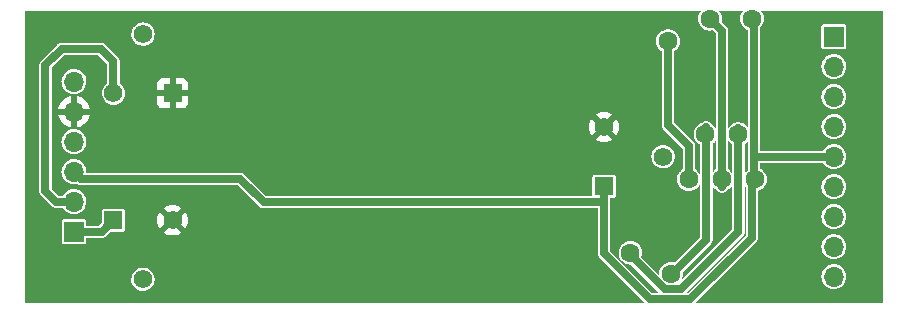
<source format=gbr>
%TF.GenerationSoftware,KiCad,Pcbnew,6.0.4-1.fc36*%
%TF.CreationDate,2022-05-11T18:23:07-07:00*%
%TF.ProjectId,filter,66696c74-6572-42e6-9b69-6361645f7063,rev?*%
%TF.SameCoordinates,Original*%
%TF.FileFunction,Copper,L2,Bot*%
%TF.FilePolarity,Positive*%
%FSLAX46Y46*%
G04 Gerber Fmt 4.6, Leading zero omitted, Abs format (unit mm)*
G04 Created by KiCad (PCBNEW 6.0.4-1.fc36) date 2022-05-11 18:23:07*
%MOMM*%
%LPD*%
G01*
G04 APERTURE LIST*
%TA.AperFunction,ComponentPad*%
%ADD10R,1.560000X1.560000*%
%TD*%
%TA.AperFunction,ComponentPad*%
%ADD11C,1.560000*%
%TD*%
%TA.AperFunction,ComponentPad*%
%ADD12R,1.700000X1.700000*%
%TD*%
%TA.AperFunction,ComponentPad*%
%ADD13O,1.700000X1.700000*%
%TD*%
%TA.AperFunction,ViaPad*%
%ADD14C,1.600000*%
%TD*%
%TA.AperFunction,Conductor*%
%ADD15C,0.635000*%
%TD*%
G04 APERTURE END LIST*
D10*
%TO.P,RV1,1,1*%
%TO.N,+5V*%
X166035000Y-76795000D03*
D11*
%TO.P,RV1,2,2*%
%TO.N,Net-(R1-Pad1)*%
X171035000Y-74295000D03*
%TO.P,RV1,3,3*%
%TO.N,GND*%
X166035000Y-71795000D03*
%TD*%
D12*
%TO.P,J2,1,Pin_1*%
%TO.N,Net-(U4-Pad2)*%
X185490000Y-64135000D03*
D13*
%TO.P,J2,2,Pin_2*%
%TO.N,Net-(U4-Pad1)*%
X185490000Y-66675000D03*
%TO.P,J2,3,Pin_3*%
%TO.N,Net-(U4-Pad13)*%
X185490000Y-69215000D03*
%TO.P,J2,4,Pin_4*%
%TO.N,Net-(U4-Pad14)*%
X185490000Y-71755000D03*
%TO.P,J2,5,Pin_5*%
%TO.N,+5V*%
X185490000Y-74295000D03*
%TO.P,J2,6,Pin_6*%
%TO.N,Net-(U5-Pad2)*%
X185490000Y-76835000D03*
%TO.P,J2,7,Pin_7*%
%TO.N,Net-(U5-Pad1)*%
X185490000Y-79375000D03*
%TO.P,J2,8,Pin_8*%
%TO.N,Net-(U5-Pad13)*%
X185490000Y-81915000D03*
%TO.P,J2,9,Pin_9*%
%TO.N,Net-(U5-Pad14)*%
X185490000Y-84455000D03*
%TD*%
D10*
%TO.P,RV3,1,1*%
%TO.N,GND*%
X129500000Y-68915000D03*
D11*
%TO.P,RV3,2,2*%
%TO.N,audio_left*%
X127000000Y-63915000D03*
%TO.P,RV3,3,3*%
%TO.N,Net-(J1-Pad2)*%
X124500000Y-68915000D03*
%TD*%
D12*
%TO.P,J1,1,Pin_1*%
%TO.N,Net-(J1-Pad1)*%
X121158000Y-80645000D03*
D13*
%TO.P,J1,2,Pin_2*%
%TO.N,Net-(J1-Pad2)*%
X121158000Y-78105000D03*
%TO.P,J1,3,Pin_3*%
%TO.N,+5V*%
X121158000Y-75565000D03*
%TO.P,J1,4,Pin_4*%
%TO.N,+15V*%
X121158000Y-73025000D03*
%TO.P,J1,5,Pin_5*%
%TO.N,GND*%
X121158000Y-70485000D03*
%TO.P,J1,6,Pin_6*%
%TO.N,-15V*%
X121158000Y-67945000D03*
%TD*%
D10*
%TO.P,RV4,1,1*%
%TO.N,Net-(J1-Pad1)*%
X124500000Y-79675000D03*
D11*
%TO.P,RV4,2,2*%
%TO.N,audio_right*%
X127000000Y-84675000D03*
%TO.P,RV4,3,3*%
%TO.N,GND*%
X129500000Y-79675000D03*
%TD*%
D14*
%TO.N,GND*%
X180213000Y-72390000D03*
%TO.N,+5V*%
X178562000Y-62611000D03*
X178816000Y-76200000D03*
%TO.N,Net-(R1-Pad2)*%
X176022000Y-76200000D03*
X175006000Y-62611000D03*
%TO.N,Net-(R2-Pad2)*%
X173228000Y-76200000D03*
X171450000Y-64516000D03*
%TO.N,Net-(R3-Pad2)*%
X168275000Y-82423000D03*
X177419000Y-72390000D03*
%TO.N,Net-(R4-Pad2)*%
X171704000Y-84201000D03*
X174625000Y-72390000D03*
%TD*%
D15*
%TO.N,+5V*%
X185490000Y-74295000D02*
X178816000Y-74295000D01*
X169926000Y-86360000D02*
X173355000Y-86360000D01*
X166035000Y-78278000D02*
X166035000Y-82469000D01*
X135255000Y-76200000D02*
X137210211Y-78155211D01*
X178816000Y-74295000D02*
X178752500Y-74358500D01*
X166116000Y-82550000D02*
X169926000Y-86360000D01*
X173355000Y-86360000D02*
X178562000Y-81153000D01*
X178752500Y-62801500D02*
X178752500Y-74358500D01*
X178562000Y-76073000D02*
X178752500Y-75882500D01*
X137210211Y-78155211D02*
X165912211Y-78155211D01*
X166035000Y-76795000D02*
X166035000Y-78278000D01*
X178752500Y-74358500D02*
X178752500Y-75882500D01*
X165912211Y-78155211D02*
X166035000Y-78278000D01*
X121793000Y-76200000D02*
X135255000Y-76200000D01*
X121158000Y-75565000D02*
X121793000Y-76200000D01*
X166035000Y-82469000D02*
X166116000Y-82550000D01*
X178562000Y-81153000D02*
X178562000Y-76073000D01*
X178562000Y-62611000D02*
X178752500Y-62801500D01*
%TO.N,Net-(J1-Pad1)*%
X121158000Y-80645000D02*
X123530000Y-80645000D01*
X123530000Y-80645000D02*
X124500000Y-79675000D01*
%TO.N,Net-(J1-Pad2)*%
X124500000Y-66207000D02*
X124500000Y-68915000D01*
X118745000Y-66548000D02*
X120142000Y-65151000D01*
X123444000Y-65151000D02*
X124500000Y-66207000D01*
X118745000Y-77216000D02*
X118745000Y-66548000D01*
X121158000Y-78105000D02*
X119634000Y-78105000D01*
X119634000Y-78105000D02*
X118745000Y-77216000D01*
X120142000Y-65151000D02*
X123444000Y-65151000D01*
%TO.N,Net-(R1-Pad2)*%
X176022000Y-63627000D02*
X175006000Y-62611000D01*
X176022000Y-76825000D02*
X176022000Y-63627000D01*
%TO.N,Net-(R2-Pad2)*%
X173228000Y-73406000D02*
X173228000Y-76200000D01*
X171450000Y-71628000D02*
X171450000Y-64516000D01*
X171450000Y-71628000D02*
X173228000Y-73406000D01*
%TO.N,Net-(R3-Pad2)*%
X168213500Y-82577561D02*
X171158219Y-85522280D01*
X177419000Y-80645000D02*
X177419000Y-71872000D01*
X171158219Y-85522280D02*
X172541720Y-85522280D01*
X172541720Y-85522280D02*
X177419000Y-80645000D01*
%TO.N,Net-(R4-Pad2)*%
X174701789Y-81330211D02*
X174701789Y-71795211D01*
X171704000Y-84328000D02*
X174701789Y-81330211D01*
%TD*%
%TA.AperFunction,Conductor*%
%TO.N,GND*%
G36*
X189657873Y-61929127D02*
G01*
X189661300Y-61937400D01*
X189661300Y-86652600D01*
X189657873Y-86660873D01*
X189649600Y-86664300D01*
X173816034Y-86664300D01*
X173807761Y-86660873D01*
X173804334Y-86652600D01*
X173807761Y-86644327D01*
X176011871Y-84440217D01*
X184431305Y-84440217D01*
X184448596Y-84646133D01*
X184448753Y-84646680D01*
X184448753Y-84646681D01*
X184464692Y-84702267D01*
X184505555Y-84844770D01*
X184600010Y-85028560D01*
X184728364Y-85190503D01*
X184728801Y-85190875D01*
X184728802Y-85190876D01*
X184751810Y-85210457D01*
X184885730Y-85324431D01*
X185066111Y-85425243D01*
X185066650Y-85425418D01*
X185066652Y-85425419D01*
X185149909Y-85452471D01*
X185262639Y-85489099D01*
X185467826Y-85513566D01*
X185468386Y-85513523D01*
X185468388Y-85513523D01*
X185673288Y-85497756D01*
X185673289Y-85497756D01*
X185673858Y-85497712D01*
X185872887Y-85442143D01*
X186057332Y-85348973D01*
X186088745Y-85324431D01*
X186108078Y-85309326D01*
X186220168Y-85221752D01*
X186344646Y-85077542D01*
X186354820Y-85065755D01*
X186354821Y-85065754D01*
X186355191Y-85065325D01*
X186452216Y-84894531D01*
X186456977Y-84886151D01*
X186456979Y-84886147D01*
X186457260Y-84885652D01*
X186468167Y-84852866D01*
X186522307Y-84690114D01*
X186522308Y-84690111D01*
X186522486Y-84689575D01*
X186532385Y-84611217D01*
X186548344Y-84484891D01*
X186548385Y-84484563D01*
X186548415Y-84482459D01*
X186548793Y-84455332D01*
X186548798Y-84455000D01*
X186528633Y-84249345D01*
X186524433Y-84235432D01*
X186491995Y-84127995D01*
X186468907Y-84051523D01*
X186436601Y-83990764D01*
X186372165Y-83869577D01*
X186372163Y-83869574D01*
X186371895Y-83869070D01*
X186362306Y-83857312D01*
X186241651Y-83709375D01*
X186241650Y-83709374D01*
X186241292Y-83708935D01*
X186082072Y-83577217D01*
X186066456Y-83568773D01*
X185900808Y-83479207D01*
X185900807Y-83479207D01*
X185900301Y-83478933D01*
X185702901Y-83417828D01*
X185497392Y-83396228D01*
X185291601Y-83414956D01*
X185203402Y-83440915D01*
X185093913Y-83473139D01*
X185093910Y-83473140D01*
X185093367Y-83473300D01*
X185092869Y-83473561D01*
X185092865Y-83473562D01*
X184910744Y-83568773D01*
X184910241Y-83569036D01*
X184909799Y-83569391D01*
X184909795Y-83569394D01*
X184764001Y-83686616D01*
X184749198Y-83698518D01*
X184616371Y-83856814D01*
X184516821Y-84037895D01*
X184516650Y-84038435D01*
X184516648Y-84038439D01*
X184507789Y-84066368D01*
X184454339Y-84234864D01*
X184454276Y-84235429D01*
X184454275Y-84235432D01*
X184445269Y-84315724D01*
X184431305Y-84440217D01*
X176011871Y-84440217D01*
X178551871Y-81900217D01*
X184431305Y-81900217D01*
X184448596Y-82106133D01*
X184448753Y-82106680D01*
X184448753Y-82106681D01*
X184467259Y-82171217D01*
X184505555Y-82304770D01*
X184526822Y-82346151D01*
X184584074Y-82457551D01*
X184600010Y-82488560D01*
X184728364Y-82650503D01*
X184728801Y-82650875D01*
X184728802Y-82650876D01*
X184736629Y-82657537D01*
X184885730Y-82784431D01*
X185066111Y-82885243D01*
X185066650Y-82885418D01*
X185066652Y-82885419D01*
X185149909Y-82912471D01*
X185262639Y-82949099D01*
X185467826Y-82973566D01*
X185468386Y-82973523D01*
X185468388Y-82973523D01*
X185673288Y-82957756D01*
X185673289Y-82957756D01*
X185673858Y-82957712D01*
X185872887Y-82902143D01*
X186057332Y-82808973D01*
X186075490Y-82794787D01*
X186144586Y-82740803D01*
X186220168Y-82681752D01*
X186355191Y-82525325D01*
X186397511Y-82450829D01*
X186456977Y-82346151D01*
X186456979Y-82346147D01*
X186457260Y-82345652D01*
X186471044Y-82304218D01*
X186522307Y-82150114D01*
X186522308Y-82150111D01*
X186522486Y-82149575D01*
X186536497Y-82038669D01*
X186548344Y-81944891D01*
X186548385Y-81944563D01*
X186548798Y-81915000D01*
X186528633Y-81709345D01*
X186527882Y-81706855D01*
X186491574Y-81586599D01*
X186468907Y-81511523D01*
X186462658Y-81499770D01*
X186372165Y-81329577D01*
X186372163Y-81329574D01*
X186371895Y-81329070D01*
X186362306Y-81317312D01*
X186241651Y-81169375D01*
X186241650Y-81169374D01*
X186241292Y-81168935D01*
X186082072Y-81037217D01*
X186074414Y-81033076D01*
X185900808Y-80939207D01*
X185900807Y-80939207D01*
X185900301Y-80938933D01*
X185741354Y-80889731D01*
X185703444Y-80877996D01*
X185703443Y-80877996D01*
X185702901Y-80877828D01*
X185497392Y-80856228D01*
X185291601Y-80874956D01*
X185240211Y-80890081D01*
X185093913Y-80933139D01*
X185093910Y-80933140D01*
X185093367Y-80933300D01*
X185092869Y-80933561D01*
X185092865Y-80933562D01*
X184924053Y-81021815D01*
X184910241Y-81029036D01*
X184909799Y-81029391D01*
X184909795Y-81029394D01*
X184749842Y-81158000D01*
X184749198Y-81158518D01*
X184616371Y-81316814D01*
X184616098Y-81317310D01*
X184616097Y-81317312D01*
X184609877Y-81328627D01*
X184516821Y-81497895D01*
X184516650Y-81498435D01*
X184516648Y-81498439D01*
X184488087Y-81588475D01*
X184454339Y-81694864D01*
X184454276Y-81695429D01*
X184454275Y-81695432D01*
X184436579Y-81853199D01*
X184431305Y-81900217D01*
X178551871Y-81900217D01*
X178922105Y-81529983D01*
X178922459Y-81529644D01*
X178966778Y-81488891D01*
X178966779Y-81488889D01*
X178967367Y-81488349D01*
X178991753Y-81449018D01*
X178992373Y-81448116D01*
X179002341Y-81434985D01*
X179020346Y-81411264D01*
X179029121Y-81389101D01*
X179030055Y-81387243D01*
X179042196Y-81367661D01*
X179042616Y-81366984D01*
X179045096Y-81358448D01*
X179055523Y-81322559D01*
X179055880Y-81321516D01*
X179072619Y-81279237D01*
X179072914Y-81278492D01*
X179075406Y-81254779D01*
X179075807Y-81252740D01*
X179082285Y-81230442D01*
X179082456Y-81229854D01*
X179083200Y-81219723D01*
X179083200Y-81181237D01*
X179083264Y-81180014D01*
X179087757Y-81137267D01*
X179087757Y-81137265D01*
X179087840Y-81136475D01*
X179083364Y-81110010D01*
X179083200Y-81108060D01*
X179083200Y-79360217D01*
X184431305Y-79360217D01*
X184448596Y-79566133D01*
X184448753Y-79566680D01*
X184448753Y-79566681D01*
X184467259Y-79631217D01*
X184505555Y-79764770D01*
X184526822Y-79806151D01*
X184586161Y-79921612D01*
X184600010Y-79948560D01*
X184728364Y-80110503D01*
X184728801Y-80110875D01*
X184728802Y-80110876D01*
X184736784Y-80117669D01*
X184885730Y-80244431D01*
X185066111Y-80345243D01*
X185066650Y-80345418D01*
X185066652Y-80345419D01*
X185149909Y-80372471D01*
X185262639Y-80409099D01*
X185467826Y-80433566D01*
X185468386Y-80433523D01*
X185468388Y-80433523D01*
X185673288Y-80417756D01*
X185673289Y-80417756D01*
X185673858Y-80417712D01*
X185872887Y-80362143D01*
X186057332Y-80268973D01*
X186088745Y-80244431D01*
X186108078Y-80229326D01*
X186220168Y-80141752D01*
X186355191Y-79985325D01*
X186403659Y-79900007D01*
X186456977Y-79806151D01*
X186456979Y-79806147D01*
X186457260Y-79805652D01*
X186471044Y-79764218D01*
X186522307Y-79610114D01*
X186522308Y-79610111D01*
X186522486Y-79609575D01*
X186548385Y-79404563D01*
X186548798Y-79375000D01*
X186528633Y-79169345D01*
X186526889Y-79163566D01*
X186477273Y-78999232D01*
X186468907Y-78971523D01*
X186464576Y-78963377D01*
X186372165Y-78789577D01*
X186372163Y-78789574D01*
X186371895Y-78789070D01*
X186362306Y-78777312D01*
X186241651Y-78629375D01*
X186241650Y-78629374D01*
X186241292Y-78628935D01*
X186082072Y-78497217D01*
X186066456Y-78488773D01*
X185900808Y-78399207D01*
X185900807Y-78399207D01*
X185900301Y-78398933D01*
X185702901Y-78337828D01*
X185497392Y-78316228D01*
X185291601Y-78334956D01*
X185274076Y-78340114D01*
X185093913Y-78393139D01*
X185093910Y-78393140D01*
X185093367Y-78393300D01*
X185092869Y-78393561D01*
X185092865Y-78393562D01*
X184910744Y-78488773D01*
X184910241Y-78489036D01*
X184909799Y-78489391D01*
X184909795Y-78489394D01*
X184752332Y-78615998D01*
X184749198Y-78618518D01*
X184748833Y-78618953D01*
X184640432Y-78748140D01*
X184616371Y-78776814D01*
X184516821Y-78957895D01*
X184516650Y-78958435D01*
X184516648Y-78958439D01*
X184511575Y-78974431D01*
X184454339Y-79154864D01*
X184454276Y-79155429D01*
X184454275Y-79155432D01*
X184436473Y-79314144D01*
X184431305Y-79360217D01*
X179083200Y-79360217D01*
X179083200Y-77176410D01*
X179086627Y-77168137D01*
X179091754Y-77165141D01*
X179180164Y-77140456D01*
X179180719Y-77140301D01*
X179212588Y-77124203D01*
X179321846Y-77069012D01*
X179356411Y-77051552D01*
X179363226Y-77046228D01*
X179428454Y-76995266D01*
X179511520Y-76930368D01*
X179598377Y-76829743D01*
X179606600Y-76820217D01*
X184431305Y-76820217D01*
X184431353Y-76820789D01*
X184440555Y-76930368D01*
X184448596Y-77026133D01*
X184448753Y-77026680D01*
X184448753Y-77026681D01*
X184467259Y-77091217D01*
X184505555Y-77224770D01*
X184526822Y-77266151D01*
X184585496Y-77380318D01*
X184600010Y-77408560D01*
X184728364Y-77570503D01*
X184728801Y-77570875D01*
X184728802Y-77570876D01*
X184743988Y-77583800D01*
X184885730Y-77704431D01*
X185066111Y-77805243D01*
X185066650Y-77805418D01*
X185066652Y-77805419D01*
X185149909Y-77832471D01*
X185262639Y-77869099D01*
X185467826Y-77893566D01*
X185468386Y-77893523D01*
X185468388Y-77893523D01*
X185673288Y-77877756D01*
X185673289Y-77877756D01*
X185673858Y-77877712D01*
X185872887Y-77822143D01*
X186057332Y-77728973D01*
X186066437Y-77721860D01*
X186108078Y-77689326D01*
X186220168Y-77601752D01*
X186275746Y-77537364D01*
X186354820Y-77445755D01*
X186354821Y-77445754D01*
X186355191Y-77445325D01*
X186442574Y-77291504D01*
X186456977Y-77266151D01*
X186456979Y-77266147D01*
X186457260Y-77265652D01*
X186460317Y-77256464D01*
X186522307Y-77070114D01*
X186522308Y-77070111D01*
X186522486Y-77069575D01*
X186540072Y-76930368D01*
X186548344Y-76864891D01*
X186548385Y-76864563D01*
X186548798Y-76835000D01*
X186528633Y-76629345D01*
X186526889Y-76623566D01*
X186494516Y-76516345D01*
X186468907Y-76431523D01*
X186464898Y-76423983D01*
X186372165Y-76249577D01*
X186372163Y-76249574D01*
X186371895Y-76249070D01*
X186362306Y-76237312D01*
X186241651Y-76089375D01*
X186241650Y-76089374D01*
X186241292Y-76088935D01*
X186082072Y-75957217D01*
X186078496Y-75955283D01*
X185900808Y-75859207D01*
X185900807Y-75859207D01*
X185900301Y-75858933D01*
X185702901Y-75797828D01*
X185497392Y-75776228D01*
X185291601Y-75794956D01*
X185203402Y-75820915D01*
X185093913Y-75853139D01*
X185093910Y-75853140D01*
X185093367Y-75853300D01*
X185092869Y-75853561D01*
X185092865Y-75853562D01*
X184937927Y-75934562D01*
X184910241Y-75949036D01*
X184909799Y-75949391D01*
X184909795Y-75949394D01*
X184749643Y-76078160D01*
X184749198Y-76078518D01*
X184616371Y-76236814D01*
X184516821Y-76417895D01*
X184516650Y-76418435D01*
X184516648Y-76418439D01*
X184511575Y-76434431D01*
X184454339Y-76614864D01*
X184454276Y-76615429D01*
X184454275Y-76615432D01*
X184435663Y-76781364D01*
X184431305Y-76820217D01*
X179606600Y-76820217D01*
X179639765Y-76781794D01*
X179639766Y-76781793D01*
X179640136Y-76781364D01*
X179671678Y-76725840D01*
X179737079Y-76610716D01*
X179737081Y-76610712D01*
X179737362Y-76610217D01*
X179738196Y-76607712D01*
X179799314Y-76423983D01*
X179799315Y-76423980D01*
X179799493Y-76423444D01*
X179815024Y-76300503D01*
X179824122Y-76228489D01*
X179824163Y-76228161D01*
X179824556Y-76200000D01*
X179805348Y-76004104D01*
X179802756Y-75995516D01*
X179761467Y-75858763D01*
X179748456Y-75815669D01*
X179738970Y-75797828D01*
X179656318Y-75642381D01*
X179656316Y-75642378D01*
X179656048Y-75641874D01*
X179617192Y-75594231D01*
X179532001Y-75489777D01*
X179532000Y-75489776D01*
X179531642Y-75489337D01*
X179379977Y-75363869D01*
X179370597Y-75358797D01*
X179279835Y-75309722D01*
X179274188Y-75302773D01*
X179273700Y-75299430D01*
X179273700Y-74827900D01*
X179277127Y-74819627D01*
X179285400Y-74816200D01*
X184565959Y-74816200D01*
X184574232Y-74819627D01*
X184576365Y-74822552D01*
X184597813Y-74864285D01*
X184600010Y-74868560D01*
X184728364Y-75030503D01*
X184885730Y-75164431D01*
X185066111Y-75265243D01*
X185066650Y-75265418D01*
X185066652Y-75265419D01*
X185121303Y-75283176D01*
X185262639Y-75329099D01*
X185467826Y-75353566D01*
X185468386Y-75353523D01*
X185468388Y-75353523D01*
X185673288Y-75337756D01*
X185673289Y-75337756D01*
X185673858Y-75337712D01*
X185872887Y-75282143D01*
X185900009Y-75268443D01*
X186033942Y-75200788D01*
X186057332Y-75188973D01*
X186088745Y-75164431D01*
X186133015Y-75129843D01*
X186220168Y-75061752D01*
X186355191Y-74905325D01*
X186397722Y-74830457D01*
X186456977Y-74726151D01*
X186456979Y-74726147D01*
X186457260Y-74725652D01*
X186469926Y-74687579D01*
X186522307Y-74530114D01*
X186522308Y-74530111D01*
X186522486Y-74529575D01*
X186538421Y-74403440D01*
X186548344Y-74324891D01*
X186548385Y-74324563D01*
X186548413Y-74322599D01*
X186548793Y-74295332D01*
X186548798Y-74295000D01*
X186528633Y-74089345D01*
X186526889Y-74083566D01*
X186477273Y-73919232D01*
X186468907Y-73891523D01*
X186406313Y-73773800D01*
X186372165Y-73709577D01*
X186372163Y-73709574D01*
X186371895Y-73709070D01*
X186362307Y-73697313D01*
X186241651Y-73549375D01*
X186241650Y-73549374D01*
X186241292Y-73548935D01*
X186082072Y-73417217D01*
X186078496Y-73415283D01*
X185900808Y-73319207D01*
X185900807Y-73319207D01*
X185900301Y-73318933D01*
X185706726Y-73259012D01*
X185703444Y-73257996D01*
X185703443Y-73257996D01*
X185702901Y-73257828D01*
X185497392Y-73236228D01*
X185291601Y-73254956D01*
X185203402Y-73280915D01*
X185093913Y-73313139D01*
X185093910Y-73313140D01*
X185093367Y-73313300D01*
X185092869Y-73313561D01*
X185092865Y-73313562D01*
X184910744Y-73408773D01*
X184910241Y-73409036D01*
X184909799Y-73409391D01*
X184909795Y-73409394D01*
X184749643Y-73538160D01*
X184749198Y-73538518D01*
X184616371Y-73696814D01*
X184587956Y-73748502D01*
X184577382Y-73767736D01*
X184570393Y-73773335D01*
X184567129Y-73773800D01*
X179285400Y-73773800D01*
X179277127Y-73770373D01*
X179273700Y-73762100D01*
X179273700Y-71740217D01*
X184431305Y-71740217D01*
X184431353Y-71740789D01*
X184448222Y-71941674D01*
X184448596Y-71946133D01*
X184448753Y-71946680D01*
X184448753Y-71946681D01*
X184461946Y-71992688D01*
X184505555Y-72144770D01*
X184600010Y-72328560D01*
X184728364Y-72490503D01*
X184728801Y-72490875D01*
X184728802Y-72490876D01*
X184747949Y-72507171D01*
X184885730Y-72624431D01*
X185066111Y-72725243D01*
X185066650Y-72725418D01*
X185066652Y-72725419D01*
X185149909Y-72752471D01*
X185262639Y-72789099D01*
X185467826Y-72813566D01*
X185468386Y-72813523D01*
X185468388Y-72813523D01*
X185673288Y-72797756D01*
X185673289Y-72797756D01*
X185673858Y-72797712D01*
X185872887Y-72742143D01*
X186057332Y-72648973D01*
X186088745Y-72624431D01*
X186155771Y-72572064D01*
X186220168Y-72521752D01*
X186247532Y-72490050D01*
X186354820Y-72365755D01*
X186354821Y-72365754D01*
X186355191Y-72365325D01*
X186457260Y-72185652D01*
X186458849Y-72180877D01*
X186522307Y-71990114D01*
X186522308Y-71990111D01*
X186522486Y-71989575D01*
X186533656Y-71901153D01*
X186548344Y-71784891D01*
X186548385Y-71784563D01*
X186548798Y-71755000D01*
X186528633Y-71549345D01*
X186527755Y-71546434D01*
X186489744Y-71420538D01*
X186468907Y-71351523D01*
X186425640Y-71270149D01*
X186372165Y-71169577D01*
X186372163Y-71169574D01*
X186371895Y-71169070D01*
X186362306Y-71157312D01*
X186241651Y-71009375D01*
X186241650Y-71009374D01*
X186241292Y-71008935D01*
X186082072Y-70877217D01*
X186066456Y-70868773D01*
X185900808Y-70779207D01*
X185900807Y-70779207D01*
X185900301Y-70778933D01*
X185721011Y-70723434D01*
X185703444Y-70717996D01*
X185703443Y-70717996D01*
X185702901Y-70717828D01*
X185497392Y-70696228D01*
X185291601Y-70714956D01*
X185209907Y-70739000D01*
X185093913Y-70773139D01*
X185093910Y-70773140D01*
X185093367Y-70773300D01*
X185092869Y-70773561D01*
X185092865Y-70773562D01*
X184910744Y-70868773D01*
X184910241Y-70869036D01*
X184909799Y-70869391D01*
X184909795Y-70869394D01*
X184881658Y-70892017D01*
X184749198Y-70998518D01*
X184616371Y-71156814D01*
X184516821Y-71337895D01*
X184516650Y-71338435D01*
X184516648Y-71338439D01*
X184493408Y-71411701D01*
X184454339Y-71534864D01*
X184454276Y-71535429D01*
X184454275Y-71535432D01*
X184433287Y-71722549D01*
X184431305Y-71740217D01*
X179273700Y-71740217D01*
X179273700Y-69200217D01*
X184431305Y-69200217D01*
X184431353Y-69200789D01*
X184443865Y-69349787D01*
X184448596Y-69406133D01*
X184448753Y-69406680D01*
X184448753Y-69406681D01*
X184461306Y-69450457D01*
X184505555Y-69604770D01*
X184600010Y-69788560D01*
X184728364Y-69950503D01*
X184885730Y-70084431D01*
X185066111Y-70185243D01*
X185066650Y-70185418D01*
X185066652Y-70185419D01*
X185120758Y-70202999D01*
X185262639Y-70249099D01*
X185467826Y-70273566D01*
X185468386Y-70273523D01*
X185468388Y-70273523D01*
X185673288Y-70257756D01*
X185673289Y-70257756D01*
X185673858Y-70257712D01*
X185872887Y-70202143D01*
X186057332Y-70108973D01*
X186088745Y-70084431D01*
X186108078Y-70069326D01*
X186220168Y-69981752D01*
X186287992Y-69903176D01*
X186354820Y-69825755D01*
X186354821Y-69825754D01*
X186355191Y-69825325D01*
X186411074Y-69726954D01*
X186456977Y-69646151D01*
X186456979Y-69646147D01*
X186457260Y-69645652D01*
X186462080Y-69631165D01*
X186522307Y-69450114D01*
X186522308Y-69450111D01*
X186522486Y-69449575D01*
X186539297Y-69316500D01*
X186548344Y-69244891D01*
X186548385Y-69244563D01*
X186548417Y-69242328D01*
X186548793Y-69215332D01*
X186548798Y-69215000D01*
X186528633Y-69009345D01*
X186526889Y-69003566D01*
X186477273Y-68839232D01*
X186468907Y-68811523D01*
X186461397Y-68797398D01*
X186372165Y-68629577D01*
X186372163Y-68629574D01*
X186371895Y-68629070D01*
X186362306Y-68617312D01*
X186241651Y-68469375D01*
X186241650Y-68469374D01*
X186241292Y-68468935D01*
X186082072Y-68337217D01*
X186078496Y-68335283D01*
X185900808Y-68239207D01*
X185900807Y-68239207D01*
X185900301Y-68238933D01*
X185702901Y-68177828D01*
X185497392Y-68156228D01*
X185291601Y-68174956D01*
X185274076Y-68180114D01*
X185093913Y-68233139D01*
X185093910Y-68233140D01*
X185093367Y-68233300D01*
X185092869Y-68233561D01*
X185092865Y-68233562D01*
X184910744Y-68328773D01*
X184910241Y-68329036D01*
X184909799Y-68329391D01*
X184909795Y-68329394D01*
X184749643Y-68458160D01*
X184749198Y-68458518D01*
X184616371Y-68616814D01*
X184516821Y-68797895D01*
X184516650Y-68798435D01*
X184516648Y-68798439D01*
X184511575Y-68814431D01*
X184454339Y-68994864D01*
X184454276Y-68995429D01*
X184454275Y-68995432D01*
X184431369Y-69199646D01*
X184431305Y-69200217D01*
X179273700Y-69200217D01*
X179273700Y-66660217D01*
X184431305Y-66660217D01*
X184448596Y-66866133D01*
X184448753Y-66866680D01*
X184448753Y-66866681D01*
X184467259Y-66931217D01*
X184505555Y-67064770D01*
X184600010Y-67248560D01*
X184728364Y-67410503D01*
X184885730Y-67544431D01*
X185066111Y-67645243D01*
X185066650Y-67645418D01*
X185066652Y-67645419D01*
X185149909Y-67672471D01*
X185262639Y-67709099D01*
X185467826Y-67733566D01*
X185468386Y-67733523D01*
X185468388Y-67733523D01*
X185673288Y-67717756D01*
X185673289Y-67717756D01*
X185673858Y-67717712D01*
X185872887Y-67662143D01*
X186057332Y-67568973D01*
X186088745Y-67544431D01*
X186110546Y-67527398D01*
X186220168Y-67441752D01*
X186355191Y-67285325D01*
X186457260Y-67105652D01*
X186469926Y-67067579D01*
X186522307Y-66910114D01*
X186522308Y-66910111D01*
X186522486Y-66909575D01*
X186528243Y-66864001D01*
X186548344Y-66704891D01*
X186548385Y-66704563D01*
X186548798Y-66675000D01*
X186528633Y-66469345D01*
X186524433Y-66455432D01*
X186481097Y-66311899D01*
X186468907Y-66271523D01*
X186461397Y-66257398D01*
X186372165Y-66089577D01*
X186372163Y-66089574D01*
X186371895Y-66089070D01*
X186362306Y-66077312D01*
X186241651Y-65929375D01*
X186241650Y-65929374D01*
X186241292Y-65928935D01*
X186082072Y-65797217D01*
X186066456Y-65788773D01*
X185900808Y-65699207D01*
X185900807Y-65699207D01*
X185900301Y-65698933D01*
X185702901Y-65637828D01*
X185497392Y-65616228D01*
X185291601Y-65634956D01*
X185203402Y-65660915D01*
X185093913Y-65693139D01*
X185093910Y-65693140D01*
X185093367Y-65693300D01*
X185092869Y-65693561D01*
X185092865Y-65693562D01*
X184910744Y-65788773D01*
X184910241Y-65789036D01*
X184909799Y-65789391D01*
X184909795Y-65789394D01*
X184779855Y-65893869D01*
X184749198Y-65918518D01*
X184616371Y-66076814D01*
X184516821Y-66257895D01*
X184516650Y-66258435D01*
X184516648Y-66258439D01*
X184492889Y-66333339D01*
X184454339Y-66454864D01*
X184454276Y-66455429D01*
X184454275Y-66455432D01*
X184441950Y-66565311D01*
X184431305Y-66660217D01*
X179273700Y-66660217D01*
X179273700Y-65005064D01*
X184436300Y-65005064D01*
X184436413Y-65005631D01*
X184436413Y-65005633D01*
X184447784Y-65062794D01*
X184448119Y-65064480D01*
X184493140Y-65131860D01*
X184560520Y-65176881D01*
X184561649Y-65177106D01*
X184561650Y-65177106D01*
X184619367Y-65188587D01*
X184619369Y-65188587D01*
X184619936Y-65188700D01*
X186360064Y-65188700D01*
X186360631Y-65188587D01*
X186360633Y-65188587D01*
X186418350Y-65177106D01*
X186418351Y-65177106D01*
X186419480Y-65176881D01*
X186486860Y-65131860D01*
X186531881Y-65064480D01*
X186532217Y-65062794D01*
X186543587Y-65005633D01*
X186543587Y-65005631D01*
X186543700Y-65005064D01*
X186543700Y-63264936D01*
X186534550Y-63218937D01*
X186532106Y-63206650D01*
X186532106Y-63206649D01*
X186531881Y-63205520D01*
X186486860Y-63138140D01*
X186423630Y-63095892D01*
X186420438Y-63093759D01*
X186419480Y-63093119D01*
X186418351Y-63092894D01*
X186418350Y-63092894D01*
X186360633Y-63081413D01*
X186360631Y-63081413D01*
X186360064Y-63081300D01*
X184619936Y-63081300D01*
X184619369Y-63081413D01*
X184619367Y-63081413D01*
X184561650Y-63092894D01*
X184561649Y-63092894D01*
X184560520Y-63093119D01*
X184559562Y-63093759D01*
X184556370Y-63095892D01*
X184493140Y-63138140D01*
X184448119Y-63205520D01*
X184447894Y-63206649D01*
X184447894Y-63206650D01*
X184445450Y-63218937D01*
X184436300Y-63264936D01*
X184436300Y-65005064D01*
X179273700Y-65005064D01*
X179273700Y-63326974D01*
X179276543Y-63319329D01*
X179288363Y-63305636D01*
X179363892Y-63218134D01*
X179385765Y-63192794D01*
X179385766Y-63192793D01*
X179386136Y-63192364D01*
X179442516Y-63093119D01*
X179483079Y-63021716D01*
X179483081Y-63021712D01*
X179483362Y-63021217D01*
X179489165Y-63003775D01*
X179545314Y-62834983D01*
X179545315Y-62834980D01*
X179545493Y-62834444D01*
X179570163Y-62639161D01*
X179570556Y-62611000D01*
X179551348Y-62415104D01*
X179547019Y-62400764D01*
X179494622Y-62227220D01*
X179494456Y-62226669D01*
X179402048Y-62052874D01*
X179313901Y-61944794D01*
X179311328Y-61936218D01*
X179315573Y-61928333D01*
X179322968Y-61925700D01*
X189649600Y-61925700D01*
X189657873Y-61929127D01*
G37*
%TD.AperFunction*%
%TA.AperFunction,Conductor*%
G36*
X174253924Y-61929127D02*
G01*
X174257351Y-61937400D01*
X174254614Y-61944920D01*
X174173827Y-62041199D01*
X174079001Y-62213688D01*
X174019483Y-62401309D01*
X174019420Y-62401874D01*
X174019419Y-62401877D01*
X174017871Y-62415676D01*
X173997542Y-62596918D01*
X173997590Y-62597490D01*
X173998725Y-62611000D01*
X174014013Y-62793064D01*
X174014170Y-62793611D01*
X174014170Y-62793612D01*
X174026033Y-62834983D01*
X174068268Y-62982274D01*
X174076750Y-62998778D01*
X174122414Y-63087629D01*
X174158242Y-63157343D01*
X174280506Y-63311602D01*
X174280943Y-63311974D01*
X174280944Y-63311975D01*
X174308150Y-63335129D01*
X174430403Y-63439175D01*
X174602226Y-63535203D01*
X174602765Y-63535378D01*
X174602767Y-63535379D01*
X174675299Y-63558946D01*
X174789427Y-63596029D01*
X174984878Y-63619335D01*
X174985438Y-63619292D01*
X174985440Y-63619292D01*
X175180564Y-63604278D01*
X175180565Y-63604278D01*
X175181134Y-63604234D01*
X175237880Y-63588390D01*
X175246768Y-63589466D01*
X175249298Y-63591386D01*
X175497373Y-63839461D01*
X175500800Y-63847734D01*
X175500800Y-71852188D01*
X175497373Y-71860461D01*
X175489100Y-71863888D01*
X175480827Y-71860461D01*
X175478770Y-71857681D01*
X175465318Y-71832381D01*
X175465316Y-71832378D01*
X175465048Y-71831874D01*
X175454070Y-71818413D01*
X175341001Y-71679777D01*
X175341000Y-71679776D01*
X175340642Y-71679337D01*
X175188977Y-71553869D01*
X175175227Y-71546434D01*
X175161624Y-71539079D01*
X175156451Y-71533434D01*
X175151796Y-71522677D01*
X175061929Y-71411701D01*
X175061283Y-71411242D01*
X175061281Y-71411240D01*
X174946182Y-71329443D01*
X174945529Y-71328979D01*
X174811171Y-71280608D01*
X174739963Y-71275379D01*
X174669550Y-71270207D01*
X174669547Y-71270207D01*
X174668755Y-71270149D01*
X174528772Y-71298375D01*
X174528061Y-71298737D01*
X174528059Y-71298738D01*
X174412934Y-71357397D01*
X174401537Y-71363204D01*
X174329563Y-71429388D01*
X174324953Y-71431996D01*
X174275252Y-71446624D01*
X174247734Y-71454722D01*
X174247731Y-71454723D01*
X174247188Y-71454883D01*
X174246690Y-71455144D01*
X174246686Y-71455145D01*
X174093112Y-71535432D01*
X174072752Y-71546076D01*
X174072310Y-71546431D01*
X174072306Y-71546434D01*
X173919795Y-71669056D01*
X173919350Y-71669414D01*
X173918990Y-71669843D01*
X173918985Y-71669848D01*
X173794040Y-71818753D01*
X173792827Y-71820199D01*
X173772457Y-71857252D01*
X173700673Y-71987828D01*
X173698001Y-71992688D01*
X173638483Y-72180309D01*
X173638420Y-72180874D01*
X173638419Y-72180877D01*
X173632157Y-72236706D01*
X173616542Y-72375918D01*
X173616590Y-72376490D01*
X173628818Y-72522102D01*
X173633013Y-72572064D01*
X173687268Y-72761274D01*
X173709962Y-72805432D01*
X173774055Y-72930141D01*
X173777242Y-72936343D01*
X173899506Y-73090602D01*
X173899943Y-73090974D01*
X173899944Y-73090975D01*
X173949871Y-73133466D01*
X174049403Y-73218175D01*
X174131026Y-73263792D01*
X174174597Y-73288143D01*
X174180147Y-73295170D01*
X174180589Y-73298356D01*
X174180589Y-75806608D01*
X174177162Y-75814881D01*
X174168889Y-75818308D01*
X174160616Y-75814881D01*
X174158559Y-75812101D01*
X174068318Y-75642381D01*
X174068316Y-75642378D01*
X174068048Y-75641874D01*
X174029192Y-75594231D01*
X173944001Y-75489777D01*
X173944000Y-75489776D01*
X173943642Y-75489337D01*
X173791977Y-75363869D01*
X173784668Y-75359917D01*
X173755335Y-75344056D01*
X173749688Y-75337106D01*
X173749200Y-75333764D01*
X173749200Y-73417962D01*
X173749210Y-73417472D01*
X173751733Y-73357285D01*
X173751733Y-73357283D01*
X173751766Y-73356490D01*
X173741198Y-73311437D01*
X173740998Y-73310357D01*
X173734828Y-73265308D01*
X173734828Y-73265307D01*
X173734720Y-73264521D01*
X173731897Y-73257996D01*
X173725253Y-73242644D01*
X173724600Y-73240669D01*
X173719157Y-73217463D01*
X173718113Y-73215563D01*
X173696867Y-73176918D01*
X173696382Y-73175928D01*
X173678323Y-73134197D01*
X173678007Y-73133466D01*
X173677507Y-73132848D01*
X173677503Y-73132842D01*
X173663007Y-73114942D01*
X173661846Y-73113215D01*
X173650659Y-73092866D01*
X173650658Y-73092865D01*
X173650362Y-73092326D01*
X173643725Y-73084636D01*
X173616509Y-73057420D01*
X173615689Y-73056510D01*
X173590441Y-73025332D01*
X173588140Y-73022490D01*
X173587494Y-73022031D01*
X173587492Y-73022029D01*
X173566261Y-73006941D01*
X173564766Y-73005677D01*
X171974627Y-71415539D01*
X171971200Y-71407266D01*
X171971200Y-65384454D01*
X171974627Y-65376181D01*
X171977625Y-65374011D01*
X171989898Y-65367811D01*
X171990411Y-65367552D01*
X172145520Y-65246368D01*
X172274136Y-65097364D01*
X172371362Y-64926217D01*
X172379005Y-64903243D01*
X172433314Y-64739983D01*
X172433315Y-64739980D01*
X172433493Y-64739444D01*
X172439441Y-64692361D01*
X172458122Y-64544489D01*
X172458163Y-64544161D01*
X172458556Y-64516000D01*
X172439348Y-64320104D01*
X172438575Y-64317542D01*
X172382622Y-64132220D01*
X172382456Y-64131669D01*
X172362419Y-64093984D01*
X172290318Y-63958381D01*
X172290316Y-63958378D01*
X172290048Y-63957874D01*
X172277320Y-63942267D01*
X172166001Y-63805777D01*
X172166000Y-63805776D01*
X172165642Y-63805337D01*
X172013977Y-63679869D01*
X172000227Y-63672434D01*
X171841338Y-63586523D01*
X171841337Y-63586523D01*
X171840831Y-63586249D01*
X171676494Y-63535379D01*
X171653341Y-63528212D01*
X171653340Y-63528212D01*
X171652798Y-63528044D01*
X171457041Y-63507469D01*
X171261015Y-63525308D01*
X171176958Y-63550047D01*
X171072734Y-63580722D01*
X171072731Y-63580723D01*
X171072188Y-63580883D01*
X171071690Y-63581144D01*
X171071686Y-63581145D01*
X170998764Y-63619268D01*
X170897752Y-63672076D01*
X170897310Y-63672431D01*
X170897306Y-63672434D01*
X170744795Y-63795056D01*
X170744350Y-63795414D01*
X170743990Y-63795843D01*
X170743985Y-63795848D01*
X170618191Y-63945765D01*
X170617827Y-63946199D01*
X170617553Y-63946698D01*
X170537197Y-64092866D01*
X170523001Y-64118688D01*
X170463483Y-64306309D01*
X170463420Y-64306874D01*
X170463419Y-64306877D01*
X170447314Y-64450457D01*
X170441542Y-64501918D01*
X170441590Y-64502490D01*
X170456790Y-64683494D01*
X170458013Y-64698064D01*
X170458170Y-64698611D01*
X170458170Y-64698612D01*
X170470033Y-64739983D01*
X170512268Y-64887274D01*
X170602242Y-65062343D01*
X170724506Y-65216602D01*
X170874403Y-65344175D01*
X170916696Y-65367811D01*
X170922808Y-65371227D01*
X170928358Y-65378254D01*
X170928800Y-65381440D01*
X170928800Y-71616061D01*
X170928790Y-71616551D01*
X170927171Y-71655186D01*
X170926235Y-71677510D01*
X170926664Y-71679337D01*
X170936799Y-71722549D01*
X170937000Y-71723633D01*
X170942666Y-71764994D01*
X170943280Y-71769479D01*
X170949664Y-71784231D01*
X170952749Y-71791361D01*
X170953401Y-71793334D01*
X170958844Y-71816537D01*
X170961270Y-71820950D01*
X170981128Y-71857073D01*
X170981613Y-71858062D01*
X170982651Y-71860461D01*
X170999993Y-71900534D01*
X171013799Y-71917583D01*
X171014996Y-71919061D01*
X171016156Y-71920788D01*
X171027638Y-71941674D01*
X171034276Y-71949364D01*
X171061487Y-71976575D01*
X171062307Y-71977485D01*
X171089860Y-72011510D01*
X171090506Y-72011969D01*
X171090508Y-72011971D01*
X171111742Y-72027061D01*
X171113237Y-72028325D01*
X172703373Y-73618461D01*
X172706800Y-73626734D01*
X172706800Y-75332758D01*
X172703373Y-75341031D01*
X172700522Y-75343126D01*
X172675752Y-75356076D01*
X172675310Y-75356431D01*
X172675306Y-75356434D01*
X172522795Y-75479056D01*
X172522350Y-75479414D01*
X172521990Y-75479843D01*
X172521985Y-75479848D01*
X172425729Y-75594563D01*
X172395827Y-75630199D01*
X172371615Y-75674241D01*
X172303673Y-75797828D01*
X172301001Y-75802688D01*
X172241483Y-75990309D01*
X172241420Y-75990874D01*
X172241419Y-75990877D01*
X172239871Y-76004676D01*
X172219542Y-76185918D01*
X172219590Y-76186490D01*
X172220725Y-76200000D01*
X172236013Y-76382064D01*
X172236170Y-76382611D01*
X172236170Y-76382612D01*
X172248033Y-76423983D01*
X172290268Y-76571274D01*
X172312962Y-76615432D01*
X172377055Y-76740141D01*
X172380242Y-76746343D01*
X172502506Y-76900602D01*
X172652403Y-77028175D01*
X172824226Y-77124203D01*
X172824765Y-77124378D01*
X172824767Y-77124379D01*
X172872970Y-77140041D01*
X173011427Y-77185029D01*
X173206878Y-77208335D01*
X173207438Y-77208292D01*
X173207440Y-77208292D01*
X173402564Y-77193278D01*
X173402565Y-77193278D01*
X173403134Y-77193234D01*
X173592719Y-77140301D01*
X173624588Y-77124203D01*
X173733846Y-77069012D01*
X173768411Y-77051552D01*
X173775226Y-77046228D01*
X173840454Y-76995266D01*
X173923520Y-76930368D01*
X174010377Y-76829743D01*
X174051765Y-76781794D01*
X174051766Y-76781793D01*
X174052136Y-76781364D01*
X174083678Y-76725840D01*
X174149079Y-76610716D01*
X174149081Y-76610712D01*
X174149362Y-76610217D01*
X174150196Y-76607712D01*
X174157787Y-76584890D01*
X174163650Y-76578121D01*
X174172582Y-76577481D01*
X174179351Y-76583344D01*
X174180589Y-76588583D01*
X174180589Y-81109477D01*
X174177162Y-81117750D01*
X172045476Y-83249436D01*
X172037203Y-83252863D01*
X172033743Y-83252340D01*
X171907341Y-83213212D01*
X171907340Y-83213212D01*
X171906798Y-83213044D01*
X171711041Y-83192469D01*
X171515015Y-83210308D01*
X171430958Y-83235047D01*
X171326734Y-83265722D01*
X171326731Y-83265723D01*
X171326188Y-83265883D01*
X171325690Y-83266144D01*
X171325686Y-83266145D01*
X171152255Y-83356813D01*
X171151752Y-83357076D01*
X171151310Y-83357431D01*
X171151306Y-83357434D01*
X171059392Y-83431335D01*
X170998350Y-83480414D01*
X170997990Y-83480843D01*
X170997985Y-83480848D01*
X170917123Y-83577217D01*
X170871827Y-83631199D01*
X170841357Y-83686624D01*
X170798793Y-83764049D01*
X170777001Y-83803688D01*
X170717483Y-83991309D01*
X170717420Y-83991874D01*
X170717419Y-83991877D01*
X170710786Y-84051011D01*
X170695542Y-84186918D01*
X170704944Y-84298878D01*
X170705297Y-84303086D01*
X170702574Y-84311617D01*
X170694617Y-84315724D01*
X170686086Y-84313001D01*
X170685365Y-84312338D01*
X169203939Y-82830912D01*
X169200512Y-82822639D01*
X169201110Y-82818946D01*
X169258314Y-82646983D01*
X169258315Y-82646980D01*
X169258493Y-82646444D01*
X169273794Y-82525325D01*
X169283122Y-82451489D01*
X169283163Y-82451161D01*
X169283556Y-82423000D01*
X169264348Y-82227104D01*
X169260019Y-82212764D01*
X169227825Y-82106133D01*
X169207456Y-82038669D01*
X169157594Y-81944891D01*
X169115318Y-81865381D01*
X169115316Y-81865378D01*
X169115048Y-81864874D01*
X168990642Y-81712337D01*
X168838977Y-81586869D01*
X168825227Y-81579434D01*
X168666338Y-81493523D01*
X168666337Y-81493523D01*
X168665831Y-81493249D01*
X168521455Y-81448558D01*
X168478341Y-81435212D01*
X168478340Y-81435212D01*
X168477798Y-81435044D01*
X168282041Y-81414469D01*
X168086015Y-81432308D01*
X168029216Y-81449025D01*
X167897734Y-81487722D01*
X167897731Y-81487723D01*
X167897188Y-81487883D01*
X167896690Y-81488144D01*
X167896686Y-81488145D01*
X167816658Y-81529983D01*
X167722752Y-81579076D01*
X167722310Y-81579431D01*
X167722306Y-81579434D01*
X167615187Y-81665560D01*
X167569350Y-81702414D01*
X167568990Y-81702843D01*
X167568985Y-81702848D01*
X167560654Y-81712777D01*
X167442827Y-81853199D01*
X167348001Y-82025688D01*
X167288483Y-82213309D01*
X167288420Y-82213874D01*
X167288419Y-82213877D01*
X167286871Y-82227676D01*
X167266542Y-82408918D01*
X167266590Y-82409490D01*
X167267725Y-82423000D01*
X167283013Y-82605064D01*
X167283170Y-82605611D01*
X167283170Y-82605612D01*
X167296042Y-82650503D01*
X167337268Y-82794274D01*
X167375190Y-82868061D01*
X167421185Y-82957557D01*
X167427242Y-82969343D01*
X167549506Y-83123602D01*
X167699403Y-83251175D01*
X167871226Y-83347203D01*
X167871765Y-83347378D01*
X167871767Y-83347379D01*
X167902713Y-83357434D01*
X168058427Y-83408029D01*
X168253878Y-83431335D01*
X168254438Y-83431292D01*
X168254440Y-83431292D01*
X168319369Y-83426296D01*
X168328540Y-83429689D01*
X170717678Y-85818827D01*
X170721105Y-85827100D01*
X170717678Y-85835373D01*
X170709405Y-85838800D01*
X170146735Y-85838800D01*
X170138462Y-85835373D01*
X166559627Y-82256539D01*
X166556200Y-82248266D01*
X166556200Y-78289939D01*
X166556210Y-78289449D01*
X166558732Y-78229285D01*
X166558732Y-78229283D01*
X166558765Y-78228490D01*
X166556509Y-78218871D01*
X166556200Y-78216199D01*
X166556200Y-77790400D01*
X166559627Y-77782127D01*
X166567900Y-77778700D01*
X166835064Y-77778700D01*
X166835631Y-77778587D01*
X166835633Y-77778587D01*
X166893350Y-77767106D01*
X166893351Y-77767106D01*
X166894480Y-77766881D01*
X166961860Y-77721860D01*
X167006881Y-77654480D01*
X167010998Y-77633786D01*
X167018587Y-77595633D01*
X167018587Y-77595631D01*
X167018700Y-77595064D01*
X167018700Y-75994936D01*
X167010710Y-75954770D01*
X167007106Y-75936650D01*
X167007106Y-75936649D01*
X167006881Y-75935520D01*
X166961860Y-75868140D01*
X166894480Y-75823119D01*
X166893351Y-75822894D01*
X166893350Y-75822894D01*
X166835633Y-75811413D01*
X166835631Y-75811413D01*
X166835064Y-75811300D01*
X165234936Y-75811300D01*
X165234369Y-75811413D01*
X165234367Y-75811413D01*
X165176650Y-75822894D01*
X165176649Y-75822894D01*
X165175520Y-75823119D01*
X165108140Y-75868140D01*
X165063119Y-75935520D01*
X165062894Y-75936649D01*
X165062894Y-75936650D01*
X165059290Y-75954770D01*
X165051300Y-75994936D01*
X165051300Y-77595064D01*
X165055391Y-77615628D01*
X165056266Y-77620028D01*
X165054519Y-77628811D01*
X165047074Y-77633786D01*
X165044791Y-77634011D01*
X137430945Y-77634011D01*
X137422672Y-77630584D01*
X135631983Y-75839895D01*
X135631644Y-75839541D01*
X135590891Y-75795222D01*
X135590889Y-75795221D01*
X135590349Y-75794633D01*
X135551018Y-75770247D01*
X135550123Y-75769632D01*
X135513264Y-75741654D01*
X135499223Y-75736095D01*
X135491101Y-75732879D01*
X135489243Y-75731945D01*
X135469661Y-75719804D01*
X135468984Y-75719384D01*
X135468218Y-75719161D01*
X135468217Y-75719161D01*
X135424559Y-75706477D01*
X135423516Y-75706120D01*
X135381237Y-75689381D01*
X135380492Y-75689086D01*
X135379700Y-75689003D01*
X135379697Y-75689002D01*
X135364273Y-75687381D01*
X135356779Y-75686594D01*
X135354743Y-75686194D01*
X135331854Y-75679544D01*
X135331253Y-75679500D01*
X135331248Y-75679499D01*
X135321919Y-75678814D01*
X135321909Y-75678814D01*
X135321723Y-75678800D01*
X135283237Y-75678800D01*
X135282014Y-75678736D01*
X135239267Y-75674243D01*
X135239265Y-75674243D01*
X135238475Y-75674160D01*
X135237689Y-75674293D01*
X135212011Y-75678636D01*
X135210060Y-75678800D01*
X122219014Y-75678800D01*
X122210741Y-75675373D01*
X122207314Y-75667100D01*
X122207406Y-75665633D01*
X122207842Y-75662188D01*
X122216385Y-75594563D01*
X122216440Y-75590678D01*
X122216592Y-75579781D01*
X122216798Y-75565000D01*
X122196633Y-75359345D01*
X122195755Y-75356434D01*
X122148762Y-75200788D01*
X122136907Y-75161523D01*
X122129397Y-75147398D01*
X122040165Y-74979577D01*
X122040163Y-74979574D01*
X122039895Y-74979070D01*
X122030306Y-74967312D01*
X121909651Y-74819375D01*
X121909650Y-74819374D01*
X121909292Y-74818935D01*
X121750072Y-74687217D01*
X121734456Y-74678773D01*
X121568808Y-74589207D01*
X121568807Y-74589207D01*
X121568301Y-74588933D01*
X121370901Y-74527828D01*
X121165392Y-74506228D01*
X120959601Y-74524956D01*
X120942076Y-74530114D01*
X120761913Y-74583139D01*
X120761910Y-74583140D01*
X120761367Y-74583300D01*
X120760869Y-74583561D01*
X120760865Y-74583562D01*
X120615822Y-74659389D01*
X120578241Y-74679036D01*
X120577799Y-74679391D01*
X120577795Y-74679394D01*
X120417643Y-74808160D01*
X120417198Y-74808518D01*
X120284371Y-74966814D01*
X120184821Y-75147895D01*
X120184650Y-75148435D01*
X120184648Y-75148439D01*
X120141900Y-75283200D01*
X120122339Y-75344864D01*
X120122276Y-75345429D01*
X120122275Y-75345432D01*
X120107287Y-75479056D01*
X120099305Y-75550217D01*
X120099353Y-75550789D01*
X120115421Y-75742135D01*
X120116596Y-75756133D01*
X120116753Y-75756680D01*
X120116753Y-75756681D01*
X120129946Y-75802688D01*
X120173555Y-75954770D01*
X120268010Y-76138560D01*
X120396364Y-76300503D01*
X120553730Y-76434431D01*
X120734111Y-76535243D01*
X120734650Y-76535418D01*
X120734652Y-76535419D01*
X120817909Y-76562471D01*
X120930639Y-76599099D01*
X121135826Y-76623566D01*
X121136386Y-76623523D01*
X121136388Y-76623523D01*
X121341288Y-76607756D01*
X121341289Y-76607756D01*
X121341858Y-76607712D01*
X121428807Y-76583436D01*
X121437697Y-76584512D01*
X121440565Y-76586786D01*
X121451723Y-76598920D01*
X121457651Y-76605367D01*
X121496982Y-76629753D01*
X121497877Y-76630368D01*
X121534736Y-76658346D01*
X121548777Y-76663905D01*
X121556899Y-76667121D01*
X121558757Y-76668055D01*
X121579016Y-76680616D01*
X121579782Y-76680839D01*
X121579783Y-76680839D01*
X121623441Y-76693523D01*
X121624484Y-76693880D01*
X121662073Y-76708762D01*
X121667508Y-76710914D01*
X121668300Y-76710997D01*
X121668303Y-76710998D01*
X121683727Y-76712619D01*
X121691221Y-76713406D01*
X121693257Y-76713806D01*
X121716146Y-76720456D01*
X121716747Y-76720500D01*
X121716752Y-76720501D01*
X121726081Y-76721186D01*
X121726091Y-76721186D01*
X121726277Y-76721200D01*
X121764763Y-76721200D01*
X121765986Y-76721264D01*
X121808733Y-76725757D01*
X121808735Y-76725757D01*
X121809525Y-76725840D01*
X121835990Y-76721364D01*
X121837940Y-76721200D01*
X135034266Y-76721200D01*
X135042539Y-76724627D01*
X136833228Y-78515316D01*
X136833567Y-78515670D01*
X136874862Y-78560578D01*
X136914193Y-78584964D01*
X136915088Y-78585579D01*
X136951947Y-78613557D01*
X136964470Y-78618515D01*
X136974110Y-78622332D01*
X136975968Y-78623266D01*
X136980965Y-78626364D01*
X136996227Y-78635827D01*
X136996993Y-78636050D01*
X136996994Y-78636050D01*
X137040652Y-78648734D01*
X137041695Y-78649091D01*
X137079284Y-78663973D01*
X137084719Y-78666125D01*
X137085511Y-78666208D01*
X137085514Y-78666209D01*
X137100938Y-78667830D01*
X137108432Y-78668617D01*
X137110468Y-78669017D01*
X137133357Y-78675667D01*
X137133958Y-78675711D01*
X137133963Y-78675712D01*
X137143292Y-78676397D01*
X137143302Y-78676397D01*
X137143488Y-78676411D01*
X137181974Y-78676411D01*
X137183197Y-78676475D01*
X137225944Y-78680968D01*
X137225946Y-78680968D01*
X137226736Y-78681051D01*
X137253201Y-78676575D01*
X137255151Y-78676411D01*
X165502100Y-78676411D01*
X165510373Y-78679838D01*
X165513800Y-78688111D01*
X165513800Y-82457061D01*
X165513790Y-82457550D01*
X165511235Y-82518510D01*
X165521799Y-82563549D01*
X165521999Y-82564629D01*
X165528280Y-82610479D01*
X165537749Y-82632361D01*
X165538402Y-82634336D01*
X165542282Y-82650876D01*
X165543844Y-82657537D01*
X165544230Y-82658239D01*
X165566128Y-82698073D01*
X165566613Y-82699062D01*
X165584993Y-82741534D01*
X165598799Y-82758583D01*
X165599996Y-82760061D01*
X165601156Y-82761788D01*
X165612638Y-82782674D01*
X165619276Y-82790364D01*
X165646487Y-82817575D01*
X165647307Y-82818485D01*
X165674860Y-82852510D01*
X165675506Y-82852969D01*
X165675508Y-82852971D01*
X165696742Y-82868061D01*
X165698237Y-82869325D01*
X169473239Y-86644327D01*
X169476666Y-86652600D01*
X169473239Y-86660873D01*
X169464966Y-86664300D01*
X117055400Y-86664300D01*
X117047127Y-86660873D01*
X117043700Y-86652600D01*
X117043700Y-84661199D01*
X126011636Y-84661199D01*
X126011684Y-84661771D01*
X126015113Y-84702599D01*
X126027779Y-84853436D01*
X126080953Y-85038876D01*
X126081217Y-85039389D01*
X126159071Y-85190876D01*
X126169134Y-85210457D01*
X126288961Y-85361642D01*
X126435872Y-85486673D01*
X126604271Y-85580788D01*
X126787743Y-85640401D01*
X126979299Y-85663243D01*
X126979859Y-85663200D01*
X126979861Y-85663200D01*
X127171074Y-85648487D01*
X127171075Y-85648487D01*
X127171644Y-85648443D01*
X127357451Y-85596565D01*
X127529643Y-85509584D01*
X127544783Y-85497756D01*
X127615964Y-85442143D01*
X127681661Y-85390815D01*
X127707233Y-85361189D01*
X127807344Y-85245210D01*
X127807345Y-85245209D01*
X127807715Y-85244780D01*
X127903003Y-85077043D01*
X127915700Y-85038876D01*
X127963717Y-84894531D01*
X127963718Y-84894528D01*
X127963896Y-84893992D01*
X127969313Y-84851111D01*
X127988034Y-84702927D01*
X127988075Y-84702599D01*
X127988460Y-84675000D01*
X127969635Y-84483007D01*
X127965554Y-84469488D01*
X127938518Y-84379943D01*
X127913877Y-84298327D01*
X127877275Y-84229489D01*
X127823579Y-84128502D01*
X127823577Y-84128499D01*
X127823309Y-84127995D01*
X127814384Y-84117051D01*
X127701741Y-83978937D01*
X127701740Y-83978936D01*
X127701382Y-83978497D01*
X127552740Y-83855530D01*
X127383044Y-83763775D01*
X127207305Y-83709375D01*
X127199300Y-83706897D01*
X127199299Y-83706897D01*
X127198757Y-83706729D01*
X127006901Y-83686564D01*
X126814781Y-83704048D01*
X126798177Y-83708935D01*
X126630262Y-83758355D01*
X126630259Y-83758356D01*
X126629716Y-83758516D01*
X126629218Y-83758777D01*
X126629214Y-83758778D01*
X126459259Y-83847629D01*
X126458756Y-83847892D01*
X126458314Y-83848247D01*
X126458310Y-83848250D01*
X126431785Y-83869577D01*
X126308411Y-83968772D01*
X126308051Y-83969201D01*
X126308046Y-83969206D01*
X126238512Y-84052074D01*
X126184408Y-84116553D01*
X126184135Y-84117049D01*
X126184134Y-84117051D01*
X126111405Y-84249345D01*
X126091471Y-84285604D01*
X126091300Y-84286144D01*
X126091298Y-84286148D01*
X126082780Y-84313001D01*
X126033140Y-84469488D01*
X126033077Y-84470053D01*
X126033076Y-84470056D01*
X126031559Y-84483579D01*
X126011636Y-84661199D01*
X117043700Y-84661199D01*
X117043700Y-81515064D01*
X120104300Y-81515064D01*
X120104413Y-81515631D01*
X120104413Y-81515633D01*
X120114301Y-81565339D01*
X120116119Y-81574480D01*
X120161140Y-81641860D01*
X120228520Y-81686881D01*
X120229649Y-81687106D01*
X120229650Y-81687106D01*
X120287367Y-81698587D01*
X120287369Y-81698587D01*
X120287936Y-81698700D01*
X122028064Y-81698700D01*
X122028631Y-81698587D01*
X122028633Y-81698587D01*
X122086350Y-81687106D01*
X122086351Y-81687106D01*
X122087480Y-81686881D01*
X122154860Y-81641860D01*
X122199881Y-81574480D01*
X122201700Y-81565339D01*
X122211587Y-81515633D01*
X122211587Y-81515631D01*
X122211700Y-81515064D01*
X122211700Y-81177900D01*
X122215127Y-81169627D01*
X122223400Y-81166200D01*
X123518061Y-81166200D01*
X123518551Y-81166210D01*
X123578715Y-81168732D01*
X123578717Y-81168732D01*
X123579510Y-81168765D01*
X123624553Y-81158200D01*
X123625629Y-81158001D01*
X123648915Y-81154811D01*
X123670692Y-81151828D01*
X123670693Y-81151828D01*
X123671479Y-81151720D01*
X123693362Y-81142251D01*
X123695334Y-81141599D01*
X123713801Y-81137267D01*
X123717758Y-81136339D01*
X123717760Y-81136338D01*
X123718537Y-81136156D01*
X123728373Y-81130749D01*
X123759073Y-81113872D01*
X123760062Y-81113387D01*
X123777348Y-81105906D01*
X123802534Y-81095007D01*
X123821061Y-81080004D01*
X123822788Y-81078844D01*
X123843139Y-81067656D01*
X123843674Y-81067362D01*
X123851364Y-81060724D01*
X123878575Y-81033513D01*
X123879485Y-81032693D01*
X123884326Y-81028773D01*
X123913510Y-81005140D01*
X123929061Y-80983258D01*
X123930325Y-80981763D01*
X124164349Y-80747739D01*
X128787435Y-80747739D01*
X128787829Y-80748690D01*
X128853117Y-80794406D01*
X128854006Y-80794919D01*
X129057331Y-80889731D01*
X129058294Y-80890081D01*
X129274993Y-80948146D01*
X129275996Y-80948323D01*
X129499486Y-80967875D01*
X129500514Y-80967875D01*
X129724004Y-80948323D01*
X129725007Y-80948146D01*
X129941706Y-80890081D01*
X129942669Y-80889731D01*
X130145994Y-80794919D01*
X130146883Y-80794406D01*
X130211623Y-80749074D01*
X130212579Y-80747572D01*
X130212356Y-80746566D01*
X129501646Y-80035856D01*
X129500000Y-80035174D01*
X129498354Y-80035856D01*
X128788117Y-80746093D01*
X128787435Y-80747739D01*
X124164349Y-80747739D01*
X124249961Y-80662127D01*
X124258234Y-80658700D01*
X125300064Y-80658700D01*
X125300631Y-80658587D01*
X125300633Y-80658587D01*
X125358350Y-80647106D01*
X125358351Y-80647106D01*
X125359480Y-80646881D01*
X125426860Y-80601860D01*
X125471881Y-80534480D01*
X125483700Y-80475064D01*
X125483700Y-79675514D01*
X128207125Y-79675514D01*
X128226677Y-79899004D01*
X128226854Y-79900007D01*
X128284919Y-80116706D01*
X128285269Y-80117669D01*
X128380081Y-80320994D01*
X128380594Y-80321883D01*
X128425926Y-80386623D01*
X128427428Y-80387579D01*
X128428434Y-80387356D01*
X129139144Y-79676646D01*
X129139826Y-79675000D01*
X129860174Y-79675000D01*
X129860856Y-79676646D01*
X130571093Y-80386883D01*
X130572739Y-80387565D01*
X130573690Y-80387171D01*
X130619406Y-80321883D01*
X130619919Y-80320994D01*
X130714731Y-80117669D01*
X130715081Y-80116706D01*
X130773146Y-79900007D01*
X130773323Y-79899004D01*
X130792875Y-79675514D01*
X130792875Y-79674486D01*
X130773323Y-79450996D01*
X130773146Y-79449993D01*
X130715081Y-79233294D01*
X130714731Y-79232331D01*
X130619919Y-79029006D01*
X130619406Y-79028117D01*
X130574074Y-78963377D01*
X130572572Y-78962421D01*
X130571566Y-78962644D01*
X129860856Y-79673354D01*
X129860174Y-79675000D01*
X129139826Y-79675000D01*
X129139144Y-79673354D01*
X128428907Y-78963117D01*
X128427261Y-78962435D01*
X128426310Y-78962829D01*
X128380594Y-79028117D01*
X128380081Y-79029006D01*
X128285269Y-79232331D01*
X128284919Y-79233294D01*
X128226854Y-79449993D01*
X128226677Y-79450996D01*
X128207125Y-79674486D01*
X128207125Y-79675514D01*
X125483700Y-79675514D01*
X125483700Y-78874936D01*
X125476851Y-78840503D01*
X125472106Y-78816650D01*
X125472106Y-78816649D01*
X125471881Y-78815520D01*
X125426860Y-78748140D01*
X125393170Y-78725630D01*
X125360438Y-78703759D01*
X125359480Y-78703119D01*
X125358351Y-78702894D01*
X125358350Y-78702894D01*
X125300633Y-78691413D01*
X125300631Y-78691413D01*
X125300064Y-78691300D01*
X123699936Y-78691300D01*
X123699369Y-78691413D01*
X123699367Y-78691413D01*
X123641650Y-78702894D01*
X123641649Y-78702894D01*
X123640520Y-78703119D01*
X123639562Y-78703759D01*
X123606830Y-78725630D01*
X123573140Y-78748140D01*
X123528119Y-78815520D01*
X123527894Y-78816649D01*
X123527894Y-78816650D01*
X123523149Y-78840503D01*
X123516300Y-78874936D01*
X123516300Y-79916766D01*
X123512873Y-79925039D01*
X123317539Y-80120373D01*
X123309266Y-80123800D01*
X122223400Y-80123800D01*
X122215127Y-80120373D01*
X122211700Y-80112100D01*
X122211700Y-79774936D01*
X122199881Y-79715520D01*
X122154860Y-79648140D01*
X122087480Y-79603119D01*
X122086351Y-79602894D01*
X122086350Y-79602894D01*
X122028633Y-79591413D01*
X122028631Y-79591413D01*
X122028064Y-79591300D01*
X120287936Y-79591300D01*
X120287369Y-79591413D01*
X120287367Y-79591413D01*
X120229650Y-79602894D01*
X120229649Y-79602894D01*
X120228520Y-79603119D01*
X120161140Y-79648140D01*
X120116119Y-79715520D01*
X120104300Y-79774936D01*
X120104300Y-81515064D01*
X117043700Y-81515064D01*
X117043700Y-66564525D01*
X118219160Y-66564525D01*
X118219293Y-66565311D01*
X118223636Y-66590989D01*
X118223800Y-66592940D01*
X118223800Y-77204061D01*
X118223790Y-77204551D01*
X118222943Y-77224770D01*
X118221235Y-77265510D01*
X118221417Y-77266285D01*
X118231799Y-77310549D01*
X118231999Y-77311629D01*
X118238280Y-77357479D01*
X118247749Y-77379361D01*
X118248401Y-77381334D01*
X118253844Y-77404537D01*
X118254230Y-77405239D01*
X118276128Y-77445073D01*
X118276613Y-77446062D01*
X118294993Y-77488534D01*
X118308799Y-77505583D01*
X118309996Y-77507061D01*
X118311156Y-77508788D01*
X118322638Y-77529674D01*
X118329276Y-77537364D01*
X118356487Y-77564575D01*
X118357307Y-77565485D01*
X118384860Y-77599510D01*
X118385506Y-77599969D01*
X118385508Y-77599971D01*
X118406742Y-77615061D01*
X118408237Y-77616325D01*
X119257017Y-78465105D01*
X119257356Y-78465459D01*
X119286311Y-78496947D01*
X119298651Y-78510367D01*
X119337982Y-78534753D01*
X119338877Y-78535368D01*
X119375736Y-78563346D01*
X119389777Y-78568905D01*
X119397899Y-78572121D01*
X119399757Y-78573055D01*
X119420016Y-78585616D01*
X119420782Y-78585839D01*
X119420783Y-78585839D01*
X119464441Y-78598523D01*
X119465484Y-78598880D01*
X119501340Y-78613076D01*
X119508508Y-78615914D01*
X119509300Y-78615997D01*
X119509303Y-78615998D01*
X119524727Y-78617619D01*
X119532221Y-78618406D01*
X119534257Y-78618806D01*
X119557146Y-78625456D01*
X119557747Y-78625500D01*
X119557752Y-78625501D01*
X119567081Y-78626186D01*
X119567091Y-78626186D01*
X119567277Y-78626200D01*
X119605763Y-78626200D01*
X119606986Y-78626264D01*
X119649733Y-78630757D01*
X119649735Y-78630757D01*
X119650525Y-78630840D01*
X119676990Y-78626364D01*
X119678940Y-78626200D01*
X120233959Y-78626200D01*
X120242232Y-78629627D01*
X120244365Y-78632552D01*
X120267747Y-78678049D01*
X120268010Y-78678560D01*
X120396364Y-78840503D01*
X120553730Y-78974431D01*
X120734111Y-79075243D01*
X120734650Y-79075418D01*
X120734652Y-79075419D01*
X120817909Y-79102471D01*
X120930639Y-79139099D01*
X121135826Y-79163566D01*
X121136386Y-79163523D01*
X121136388Y-79163523D01*
X121341288Y-79147756D01*
X121341289Y-79147756D01*
X121341858Y-79147712D01*
X121540887Y-79092143D01*
X121725332Y-78998973D01*
X121756745Y-78974431D01*
X121778546Y-78957398D01*
X121888168Y-78871752D01*
X122023191Y-78715325D01*
X122070213Y-78632552D01*
X122087326Y-78602428D01*
X128787421Y-78602428D01*
X128787644Y-78603434D01*
X129498354Y-79314144D01*
X129500000Y-79314826D01*
X129501646Y-79314144D01*
X130211883Y-78603907D01*
X130212565Y-78602261D01*
X130212171Y-78601310D01*
X130146883Y-78555594D01*
X130145994Y-78555081D01*
X129942669Y-78460269D01*
X129941706Y-78459919D01*
X129725007Y-78401854D01*
X129724004Y-78401677D01*
X129500514Y-78382125D01*
X129499486Y-78382125D01*
X129275996Y-78401677D01*
X129274993Y-78401854D01*
X129058294Y-78459919D01*
X129057331Y-78460269D01*
X128854006Y-78555081D01*
X128853117Y-78555594D01*
X128788377Y-78600926D01*
X128787421Y-78602428D01*
X122087326Y-78602428D01*
X122124977Y-78536151D01*
X122124979Y-78536147D01*
X122125260Y-78535652D01*
X122125465Y-78535038D01*
X122190307Y-78340114D01*
X122190308Y-78340111D01*
X122190486Y-78339575D01*
X122204617Y-78227715D01*
X122216344Y-78134891D01*
X122216385Y-78134563D01*
X122216798Y-78105000D01*
X122196633Y-77899345D01*
X122194889Y-77893566D01*
X122156640Y-77766881D01*
X122136907Y-77701523D01*
X122111293Y-77653350D01*
X122040165Y-77519577D01*
X122040163Y-77519574D01*
X122039895Y-77519070D01*
X122030762Y-77507871D01*
X121909651Y-77359375D01*
X121909650Y-77359374D01*
X121909292Y-77358935D01*
X121750072Y-77227217D01*
X121746496Y-77225283D01*
X121568808Y-77129207D01*
X121568807Y-77129207D01*
X121568301Y-77128933D01*
X121370901Y-77067828D01*
X121165392Y-77046228D01*
X120959601Y-77064956D01*
X120942076Y-77070114D01*
X120761913Y-77123139D01*
X120761910Y-77123140D01*
X120761367Y-77123300D01*
X120760869Y-77123561D01*
X120760865Y-77123562D01*
X120578744Y-77218773D01*
X120578241Y-77219036D01*
X120577799Y-77219391D01*
X120577795Y-77219394D01*
X120450187Y-77321994D01*
X120417198Y-77348518D01*
X120416833Y-77348953D01*
X120335770Y-77445560D01*
X120284371Y-77506814D01*
X120267670Y-77537194D01*
X120245382Y-77577736D01*
X120238393Y-77583335D01*
X120235129Y-77583800D01*
X119854734Y-77583800D01*
X119846461Y-77580373D01*
X119269627Y-77003539D01*
X119266200Y-76995266D01*
X119266200Y-74281199D01*
X170046636Y-74281199D01*
X170046684Y-74281771D01*
X170050113Y-74322599D01*
X170062779Y-74473436D01*
X170115953Y-74658876D01*
X170135289Y-74696500D01*
X170198439Y-74819375D01*
X170204134Y-74830457D01*
X170323961Y-74981642D01*
X170324398Y-74982014D01*
X170324399Y-74982015D01*
X170381811Y-75030876D01*
X170470872Y-75106673D01*
X170639271Y-75200788D01*
X170822743Y-75260401D01*
X171014299Y-75283243D01*
X171014859Y-75283200D01*
X171014861Y-75283200D01*
X171206074Y-75268487D01*
X171206075Y-75268487D01*
X171206644Y-75268443D01*
X171392451Y-75216565D01*
X171564643Y-75129584D01*
X171716661Y-75010815D01*
X171842715Y-74864780D01*
X171874880Y-74808160D01*
X171937720Y-74697542D01*
X171937722Y-74697538D01*
X171938003Y-74697043D01*
X171941152Y-74687579D01*
X171998717Y-74514531D01*
X171998718Y-74514528D01*
X171998896Y-74513992D01*
X172016552Y-74374233D01*
X172023034Y-74322927D01*
X172023075Y-74322599D01*
X172023460Y-74295000D01*
X172004635Y-74103007D01*
X172000554Y-74089488D01*
X171949043Y-73918878D01*
X171948877Y-73918327D01*
X171934353Y-73891011D01*
X171858579Y-73748502D01*
X171858577Y-73748499D01*
X171858309Y-73747995D01*
X171849384Y-73737051D01*
X171736741Y-73598937D01*
X171736740Y-73598936D01*
X171736382Y-73598497D01*
X171587740Y-73475530D01*
X171549973Y-73455109D01*
X171418551Y-73384049D01*
X171418550Y-73384049D01*
X171418044Y-73383775D01*
X171233757Y-73326729D01*
X171041901Y-73306564D01*
X170849781Y-73324048D01*
X170767423Y-73348287D01*
X170665262Y-73378355D01*
X170665259Y-73378356D01*
X170664716Y-73378516D01*
X170664218Y-73378777D01*
X170664214Y-73378778D01*
X170517169Y-73455652D01*
X170493756Y-73467892D01*
X170493314Y-73468247D01*
X170493310Y-73468250D01*
X170392958Y-73548935D01*
X170343411Y-73588772D01*
X170343051Y-73589201D01*
X170343046Y-73589206D01*
X170219773Y-73736118D01*
X170219408Y-73736553D01*
X170219135Y-73737049D01*
X170219134Y-73737051D01*
X170134494Y-73891011D01*
X170126471Y-73905604D01*
X170126300Y-73906144D01*
X170126298Y-73906148D01*
X170092675Y-74012143D01*
X170068140Y-74089488D01*
X170068077Y-74090053D01*
X170068076Y-74090056D01*
X170066559Y-74103579D01*
X170046636Y-74281199D01*
X119266200Y-74281199D01*
X119266200Y-73010217D01*
X120099305Y-73010217D01*
X120099353Y-73010789D01*
X120114738Y-73194001D01*
X120116596Y-73216133D01*
X120116753Y-73216680D01*
X120116753Y-73216681D01*
X120130262Y-73263792D01*
X120173555Y-73414770D01*
X120194822Y-73456151D01*
X120263203Y-73589206D01*
X120268010Y-73598560D01*
X120396364Y-73760503D01*
X120396801Y-73760875D01*
X120396802Y-73760876D01*
X120411988Y-73773800D01*
X120553730Y-73894431D01*
X120734111Y-73995243D01*
X120734650Y-73995418D01*
X120734652Y-73995419D01*
X120817909Y-74022471D01*
X120930639Y-74059099D01*
X121135826Y-74083566D01*
X121136386Y-74083523D01*
X121136388Y-74083523D01*
X121341288Y-74067756D01*
X121341289Y-74067756D01*
X121341858Y-74067712D01*
X121540887Y-74012143D01*
X121725332Y-73918973D01*
X121726815Y-73917815D01*
X121776078Y-73879326D01*
X121888168Y-73791752D01*
X122023191Y-73635325D01*
X122114121Y-73475260D01*
X122124977Y-73456151D01*
X122124979Y-73456147D01*
X122125260Y-73455652D01*
X122137882Y-73417711D01*
X122190307Y-73260114D01*
X122190308Y-73260111D01*
X122190486Y-73259575D01*
X122208072Y-73120368D01*
X122216344Y-73054891D01*
X122216385Y-73054563D01*
X122216798Y-73025000D01*
X122201378Y-72867739D01*
X165322435Y-72867739D01*
X165322829Y-72868690D01*
X165388117Y-72914406D01*
X165389006Y-72914919D01*
X165592331Y-73009731D01*
X165593294Y-73010081D01*
X165809993Y-73068146D01*
X165810996Y-73068323D01*
X166034486Y-73087875D01*
X166035514Y-73087875D01*
X166259004Y-73068323D01*
X166260007Y-73068146D01*
X166476706Y-73010081D01*
X166477669Y-73009731D01*
X166680994Y-72914919D01*
X166681883Y-72914406D01*
X166746623Y-72869074D01*
X166747579Y-72867572D01*
X166747356Y-72866566D01*
X166036646Y-72155856D01*
X166035000Y-72155174D01*
X166033354Y-72155856D01*
X165323117Y-72866093D01*
X165322435Y-72867739D01*
X122201378Y-72867739D01*
X122196633Y-72819345D01*
X122194889Y-72813566D01*
X122145273Y-72649232D01*
X122136907Y-72621523D01*
X122076322Y-72507579D01*
X122040165Y-72439577D01*
X122040163Y-72439574D01*
X122039895Y-72439070D01*
X122030306Y-72427312D01*
X121909651Y-72279375D01*
X121909650Y-72279374D01*
X121909292Y-72278935D01*
X121750072Y-72147217D01*
X121746496Y-72145283D01*
X121568808Y-72049207D01*
X121568807Y-72049207D01*
X121568301Y-72048933D01*
X121370901Y-71987828D01*
X121165392Y-71966228D01*
X120959601Y-71984956D01*
X120931482Y-71993232D01*
X120761913Y-72043139D01*
X120761910Y-72043140D01*
X120761367Y-72043300D01*
X120760869Y-72043561D01*
X120760865Y-72043562D01*
X120578744Y-72138773D01*
X120578241Y-72139036D01*
X120577799Y-72139391D01*
X120577795Y-72139394D01*
X120456764Y-72236706D01*
X120417198Y-72268518D01*
X120284371Y-72426814D01*
X120184821Y-72607895D01*
X120184650Y-72608435D01*
X120184648Y-72608439D01*
X120179575Y-72624431D01*
X120122339Y-72804864D01*
X120122276Y-72805429D01*
X120122275Y-72805432D01*
X120103663Y-72971364D01*
X120099305Y-73010217D01*
X119266200Y-73010217D01*
X119266200Y-71819305D01*
X121412000Y-71819305D01*
X121412682Y-71820950D01*
X121413777Y-71821404D01*
X121440837Y-71817938D01*
X121441767Y-71817740D01*
X121515850Y-71795514D01*
X164742125Y-71795514D01*
X164761677Y-72019004D01*
X164761854Y-72020007D01*
X164819919Y-72236706D01*
X164820269Y-72237669D01*
X164915081Y-72440994D01*
X164915594Y-72441883D01*
X164960926Y-72506623D01*
X164962428Y-72507579D01*
X164963434Y-72507356D01*
X165674144Y-71796646D01*
X165674826Y-71795000D01*
X166395174Y-71795000D01*
X166395856Y-71796646D01*
X167106093Y-72506883D01*
X167107739Y-72507565D01*
X167108690Y-72507171D01*
X167154406Y-72441883D01*
X167154919Y-72440994D01*
X167249731Y-72237669D01*
X167250081Y-72236706D01*
X167308146Y-72020007D01*
X167308323Y-72019004D01*
X167327875Y-71795514D01*
X167327875Y-71794486D01*
X167308323Y-71570996D01*
X167308146Y-71569993D01*
X167250081Y-71353294D01*
X167249731Y-71352331D01*
X167154919Y-71149006D01*
X167154406Y-71148117D01*
X167109074Y-71083377D01*
X167107572Y-71082421D01*
X167106566Y-71082644D01*
X166395856Y-71793354D01*
X166395174Y-71795000D01*
X165674826Y-71795000D01*
X165674144Y-71793354D01*
X164963907Y-71083117D01*
X164962261Y-71082435D01*
X164961310Y-71082829D01*
X164915594Y-71148117D01*
X164915081Y-71149006D01*
X164820269Y-71352331D01*
X164819919Y-71353294D01*
X164761854Y-71569993D01*
X164761677Y-71570996D01*
X164742125Y-71794486D01*
X164742125Y-71795514D01*
X121515850Y-71795514D01*
X121654747Y-71753843D01*
X121655629Y-71753497D01*
X121855306Y-71655676D01*
X121856128Y-71655186D01*
X122037150Y-71526066D01*
X122037869Y-71525458D01*
X122195377Y-71368498D01*
X122195994Y-71367772D01*
X122325739Y-71187212D01*
X122326235Y-71186388D01*
X122424754Y-70987051D01*
X122425102Y-70986173D01*
X122489741Y-70773419D01*
X122489942Y-70772489D01*
X122494047Y-70741306D01*
X122493587Y-70739588D01*
X122492569Y-70739000D01*
X121414327Y-70739000D01*
X121412682Y-70739682D01*
X121412000Y-70741327D01*
X121412000Y-71819305D01*
X119266200Y-71819305D01*
X119266200Y-70740507D01*
X119823450Y-70740507D01*
X119857595Y-70892017D01*
X119857884Y-70892940D01*
X119941532Y-71098942D01*
X119941966Y-71099801D01*
X120058141Y-71289382D01*
X120058709Y-71290156D01*
X120204286Y-71458215D01*
X120204967Y-71458883D01*
X120376047Y-71600916D01*
X120376826Y-71601462D01*
X120568810Y-71713648D01*
X120569660Y-71714055D01*
X120777384Y-71793377D01*
X120778301Y-71793643D01*
X120901719Y-71818753D01*
X120903468Y-71818413D01*
X120904000Y-71817624D01*
X120904000Y-70741327D01*
X120903318Y-70739682D01*
X120901673Y-70739000D01*
X119825437Y-70739000D01*
X119823792Y-70739682D01*
X119823450Y-70740507D01*
X119266200Y-70740507D01*
X119266200Y-70722428D01*
X165322421Y-70722428D01*
X165322644Y-70723434D01*
X166033354Y-71434144D01*
X166035000Y-71434826D01*
X166036646Y-71434144D01*
X166746883Y-70723907D01*
X166747565Y-70722261D01*
X166747171Y-70721310D01*
X166681883Y-70675594D01*
X166680994Y-70675081D01*
X166477669Y-70580269D01*
X166476706Y-70579919D01*
X166260007Y-70521854D01*
X166259004Y-70521677D01*
X166035514Y-70502125D01*
X166034486Y-70502125D01*
X165810996Y-70521677D01*
X165809993Y-70521854D01*
X165593294Y-70579919D01*
X165592331Y-70580269D01*
X165389006Y-70675081D01*
X165388117Y-70675594D01*
X165323377Y-70720926D01*
X165322421Y-70722428D01*
X119266200Y-70722428D01*
X119266200Y-70228979D01*
X119819672Y-70228979D01*
X119820088Y-70230394D01*
X119821199Y-70231000D01*
X120901673Y-70231000D01*
X120903318Y-70230318D01*
X120904000Y-70228673D01*
X121412000Y-70228673D01*
X121412682Y-70230318D01*
X121414327Y-70231000D01*
X122492132Y-70231000D01*
X122493777Y-70230318D01*
X122494095Y-70229551D01*
X122448072Y-70046329D01*
X122447765Y-70045427D01*
X122359104Y-69841518D01*
X122358651Y-69840674D01*
X122237877Y-69653986D01*
X122237294Y-69653228D01*
X122087651Y-69488773D01*
X122086951Y-69488120D01*
X121912454Y-69350312D01*
X121911665Y-69349787D01*
X121717004Y-69242328D01*
X121716132Y-69241936D01*
X121506539Y-69167715D01*
X121505609Y-69167469D01*
X121414290Y-69151203D01*
X121412551Y-69151585D01*
X121412000Y-69152447D01*
X121412000Y-70228673D01*
X120904000Y-70228673D01*
X120904000Y-69152314D01*
X120903318Y-69150669D01*
X120902301Y-69150247D01*
X120842688Y-69159370D01*
X120841749Y-69159593D01*
X120630403Y-69228671D01*
X120629526Y-69229040D01*
X120432304Y-69331707D01*
X120431487Y-69332222D01*
X120253683Y-69465721D01*
X120252966Y-69466357D01*
X120099350Y-69627108D01*
X120098748Y-69627852D01*
X119973452Y-69811528D01*
X119972975Y-69812367D01*
X119879363Y-70014038D01*
X119879029Y-70014945D01*
X119819672Y-70228979D01*
X119266200Y-70228979D01*
X119266200Y-67930217D01*
X120099305Y-67930217D01*
X120099353Y-67930789D01*
X120113187Y-68095530D01*
X120116596Y-68136133D01*
X120116753Y-68136680D01*
X120116753Y-68136681D01*
X120135259Y-68201217D01*
X120173555Y-68334770D01*
X120268010Y-68518560D01*
X120396364Y-68680503D01*
X120396801Y-68680875D01*
X120396802Y-68680876D01*
X120431089Y-68710056D01*
X120553730Y-68814431D01*
X120734111Y-68915243D01*
X120734650Y-68915418D01*
X120734652Y-68915419D01*
X120817282Y-68942267D01*
X120930639Y-68979099D01*
X121135826Y-69003566D01*
X121136386Y-69003523D01*
X121136388Y-69003523D01*
X121341288Y-68987756D01*
X121341289Y-68987756D01*
X121341858Y-68987712D01*
X121540887Y-68932143D01*
X121574825Y-68915000D01*
X121724819Y-68839232D01*
X121725332Y-68838973D01*
X121756745Y-68814431D01*
X121778546Y-68797398D01*
X121888168Y-68711752D01*
X122023191Y-68555325D01*
X122125260Y-68375652D01*
X122127639Y-68368502D01*
X122190307Y-68180114D01*
X122190308Y-68180111D01*
X122190486Y-68179575D01*
X122201103Y-68095530D01*
X122216344Y-67974891D01*
X122216385Y-67974563D01*
X122216798Y-67945000D01*
X122196633Y-67739345D01*
X122194889Y-67733566D01*
X122145273Y-67569232D01*
X122136907Y-67541523D01*
X122067441Y-67410876D01*
X122040165Y-67359577D01*
X122040163Y-67359574D01*
X122039895Y-67359070D01*
X122030306Y-67347312D01*
X121909651Y-67199375D01*
X121909650Y-67199374D01*
X121909292Y-67198935D01*
X121750072Y-67067217D01*
X121746496Y-67065283D01*
X121568808Y-66969207D01*
X121568807Y-66969207D01*
X121568301Y-66968933D01*
X121370901Y-66907828D01*
X121165392Y-66886228D01*
X120959601Y-66904956D01*
X120942076Y-66910114D01*
X120761913Y-66963139D01*
X120761910Y-66963140D01*
X120761367Y-66963300D01*
X120760869Y-66963561D01*
X120760865Y-66963562D01*
X120578744Y-67058773D01*
X120578241Y-67059036D01*
X120577799Y-67059391D01*
X120577795Y-67059394D01*
X120417643Y-67188160D01*
X120417198Y-67188518D01*
X120284371Y-67346814D01*
X120184821Y-67527895D01*
X120184650Y-67528435D01*
X120184648Y-67528439D01*
X120152645Y-67629327D01*
X120122339Y-67724864D01*
X120122276Y-67725429D01*
X120122275Y-67725432D01*
X120117097Y-67771596D01*
X120099305Y-67930217D01*
X119266200Y-67930217D01*
X119266200Y-66768734D01*
X119269627Y-66760461D01*
X120354461Y-65675627D01*
X120362734Y-65672200D01*
X123223266Y-65672200D01*
X123231539Y-65675627D01*
X123975373Y-66419461D01*
X123978800Y-66427734D01*
X123978800Y-68070327D01*
X123975373Y-68078600D01*
X123972520Y-68080696D01*
X123959262Y-68087627D01*
X123959258Y-68087629D01*
X123958756Y-68087892D01*
X123958314Y-68088247D01*
X123958310Y-68088250D01*
X123808856Y-68208414D01*
X123808411Y-68208772D01*
X123808051Y-68209201D01*
X123808046Y-68209206D01*
X123707197Y-68329394D01*
X123684408Y-68356553D01*
X123684135Y-68357049D01*
X123684134Y-68357051D01*
X123595096Y-68519011D01*
X123591471Y-68525604D01*
X123591300Y-68526144D01*
X123591298Y-68526148D01*
X123548521Y-68661000D01*
X123533140Y-68709488D01*
X123533077Y-68710053D01*
X123533076Y-68710056D01*
X123521369Y-68814431D01*
X123511636Y-68901199D01*
X123511684Y-68901771D01*
X123520766Y-69009917D01*
X123527779Y-69093436D01*
X123580953Y-69278876D01*
X123581217Y-69279389D01*
X123668681Y-69449575D01*
X123669134Y-69450457D01*
X123788961Y-69601642D01*
X123789398Y-69602014D01*
X123789399Y-69602015D01*
X123840673Y-69645652D01*
X123935872Y-69726673D01*
X124104271Y-69820788D01*
X124287743Y-69880401D01*
X124479299Y-69903243D01*
X124479859Y-69903200D01*
X124479861Y-69903200D01*
X124671074Y-69888487D01*
X124671075Y-69888487D01*
X124671644Y-69888443D01*
X124857451Y-69836565D01*
X125029643Y-69749584D01*
X125037564Y-69743396D01*
X125038359Y-69742775D01*
X128212001Y-69742775D01*
X128212034Y-69743396D01*
X128218669Y-69804479D01*
X128219006Y-69805895D01*
X128269534Y-69940679D01*
X128270329Y-69942131D01*
X128356596Y-70057237D01*
X128357763Y-70058404D01*
X128472869Y-70144671D01*
X128474321Y-70145466D01*
X128609103Y-70195993D01*
X128610521Y-70196331D01*
X128671604Y-70202967D01*
X128672224Y-70203000D01*
X129243673Y-70203000D01*
X129245318Y-70202318D01*
X129246000Y-70200673D01*
X129246000Y-70200672D01*
X129754000Y-70200672D01*
X129754682Y-70202317D01*
X129756327Y-70202999D01*
X130327775Y-70202999D01*
X130328396Y-70202966D01*
X130389479Y-70196331D01*
X130390895Y-70195994D01*
X130525679Y-70145466D01*
X130527131Y-70144671D01*
X130642237Y-70058404D01*
X130643404Y-70057237D01*
X130729671Y-69942131D01*
X130730466Y-69940679D01*
X130780993Y-69805897D01*
X130781331Y-69804479D01*
X130787967Y-69743396D01*
X130788000Y-69742776D01*
X130788000Y-69171327D01*
X130787318Y-69169682D01*
X130785673Y-69169000D01*
X129756327Y-69169000D01*
X129754682Y-69169682D01*
X129754000Y-69171327D01*
X129754000Y-70200672D01*
X129246000Y-70200672D01*
X129246000Y-69171327D01*
X129245318Y-69169682D01*
X129243673Y-69169000D01*
X128214328Y-69169000D01*
X128212683Y-69169682D01*
X128212001Y-69171327D01*
X128212001Y-69742775D01*
X125038359Y-69742775D01*
X125152003Y-69653986D01*
X125181661Y-69630815D01*
X125307715Y-69484780D01*
X125336146Y-69434733D01*
X125402720Y-69317542D01*
X125402722Y-69317538D01*
X125403003Y-69317043D01*
X125415700Y-69278876D01*
X125463717Y-69134531D01*
X125463718Y-69134528D01*
X125463896Y-69133992D01*
X125480373Y-69003566D01*
X125488034Y-68942927D01*
X125488075Y-68942599D01*
X125488225Y-68931883D01*
X125488455Y-68915332D01*
X125488460Y-68915000D01*
X125469635Y-68723007D01*
X125465554Y-68709488D01*
X125450212Y-68658673D01*
X128212000Y-68658673D01*
X128212682Y-68660318D01*
X128214327Y-68661000D01*
X129243673Y-68661000D01*
X129245318Y-68660318D01*
X129246000Y-68658673D01*
X129754000Y-68658673D01*
X129754682Y-68660318D01*
X129756327Y-68661000D01*
X130785672Y-68661000D01*
X130787317Y-68660318D01*
X130787999Y-68658673D01*
X130787999Y-68087225D01*
X130787966Y-68086604D01*
X130781331Y-68025521D01*
X130780994Y-68024105D01*
X130730466Y-67889321D01*
X130729671Y-67887869D01*
X130643404Y-67772763D01*
X130642237Y-67771596D01*
X130527131Y-67685329D01*
X130525679Y-67684534D01*
X130390897Y-67634007D01*
X130389479Y-67633669D01*
X130328396Y-67627033D01*
X130327776Y-67627000D01*
X129756327Y-67627000D01*
X129754682Y-67627682D01*
X129754000Y-67629327D01*
X129754000Y-68658673D01*
X129246000Y-68658673D01*
X129246000Y-67629328D01*
X129245318Y-67627683D01*
X129243673Y-67627001D01*
X128672225Y-67627001D01*
X128671604Y-67627034D01*
X128610521Y-67633669D01*
X128609105Y-67634006D01*
X128474321Y-67684534D01*
X128472869Y-67685329D01*
X128357763Y-67771596D01*
X128356596Y-67772763D01*
X128270329Y-67887869D01*
X128269534Y-67889321D01*
X128219007Y-68024103D01*
X128218669Y-68025521D01*
X128212033Y-68086604D01*
X128212000Y-68087224D01*
X128212000Y-68658673D01*
X125450212Y-68658673D01*
X125419009Y-68555325D01*
X125413877Y-68538327D01*
X125406848Y-68525107D01*
X125323579Y-68368502D01*
X125323577Y-68368499D01*
X125323309Y-68367995D01*
X125314384Y-68357051D01*
X125201741Y-68218937D01*
X125201740Y-68218936D01*
X125201382Y-68218497D01*
X125052740Y-68095530D01*
X125052241Y-68095260D01*
X125027335Y-68081793D01*
X125021688Y-68074843D01*
X125021200Y-68071501D01*
X125021200Y-66218962D01*
X125021210Y-66218472D01*
X125023733Y-66158285D01*
X125023733Y-66158283D01*
X125023766Y-66157490D01*
X125013198Y-66112437D01*
X125012998Y-66111357D01*
X125006828Y-66066308D01*
X125006828Y-66066307D01*
X125006720Y-66065521D01*
X124997253Y-66043643D01*
X124996600Y-66041669D01*
X124991338Y-66019236D01*
X124991157Y-66018463D01*
X124968866Y-65977917D01*
X124968382Y-65976928D01*
X124950323Y-65935197D01*
X124950007Y-65934466D01*
X124949507Y-65933848D01*
X124949503Y-65933842D01*
X124935007Y-65915942D01*
X124933846Y-65914215D01*
X124922661Y-65893869D01*
X124922659Y-65893866D01*
X124922362Y-65893326D01*
X124915725Y-65885637D01*
X124888513Y-65858425D01*
X124887693Y-65857515D01*
X124860640Y-65824108D01*
X124860140Y-65823490D01*
X124859494Y-65823031D01*
X124859492Y-65823029D01*
X124838258Y-65807939D01*
X124836763Y-65806675D01*
X123820983Y-64790895D01*
X123820644Y-64790541D01*
X123779891Y-64746222D01*
X123779889Y-64746221D01*
X123779349Y-64745633D01*
X123740018Y-64721247D01*
X123739123Y-64720632D01*
X123709391Y-64698064D01*
X123702898Y-64693135D01*
X123702897Y-64693134D01*
X123702264Y-64692654D01*
X123688223Y-64687095D01*
X123680101Y-64683879D01*
X123678243Y-64682945D01*
X123658661Y-64670804D01*
X123657984Y-64670384D01*
X123657218Y-64670161D01*
X123657217Y-64670161D01*
X123613559Y-64657477D01*
X123612516Y-64657120D01*
X123570237Y-64640381D01*
X123569492Y-64640086D01*
X123568700Y-64640003D01*
X123568697Y-64640002D01*
X123553273Y-64638381D01*
X123545779Y-64637594D01*
X123543743Y-64637194D01*
X123520854Y-64630544D01*
X123520253Y-64630500D01*
X123520248Y-64630499D01*
X123510919Y-64629814D01*
X123510909Y-64629814D01*
X123510723Y-64629800D01*
X123472237Y-64629800D01*
X123471014Y-64629736D01*
X123428267Y-64625243D01*
X123428265Y-64625243D01*
X123427475Y-64625160D01*
X123401011Y-64629636D01*
X123399060Y-64629800D01*
X120153939Y-64629800D01*
X120153449Y-64629790D01*
X120093285Y-64627268D01*
X120093283Y-64627268D01*
X120092490Y-64627235D01*
X120047446Y-64637800D01*
X120046370Y-64637999D01*
X120023036Y-64641196D01*
X120001308Y-64644172D01*
X120001307Y-64644172D01*
X120000521Y-64644280D01*
X119999795Y-64644594D01*
X119999792Y-64644595D01*
X119978640Y-64653749D01*
X119976667Y-64654401D01*
X119953462Y-64659844D01*
X119952768Y-64660226D01*
X119952767Y-64660226D01*
X119912921Y-64682132D01*
X119911932Y-64682617D01*
X119869466Y-64700993D01*
X119868848Y-64701493D01*
X119868842Y-64701497D01*
X119850942Y-64715993D01*
X119849215Y-64717154D01*
X119828869Y-64728339D01*
X119828866Y-64728341D01*
X119828326Y-64728638D01*
X119820636Y-64735276D01*
X119793425Y-64762487D01*
X119792515Y-64763307D01*
X119758490Y-64790860D01*
X119758031Y-64791506D01*
X119758029Y-64791508D01*
X119742939Y-64812742D01*
X119741675Y-64814237D01*
X118384895Y-66171017D01*
X118384541Y-66171356D01*
X118339633Y-66212651D01*
X118339212Y-66213330D01*
X118315252Y-66251975D01*
X118314632Y-66252877D01*
X118286654Y-66289736D01*
X118286361Y-66290477D01*
X118277879Y-66311899D01*
X118276945Y-66313757D01*
X118264384Y-66334016D01*
X118264161Y-66334782D01*
X118264161Y-66334783D01*
X118251477Y-66378441D01*
X118251120Y-66379484D01*
X118234086Y-66422508D01*
X118234003Y-66423300D01*
X118234002Y-66423303D01*
X118231594Y-66446219D01*
X118231194Y-66448257D01*
X118224544Y-66471146D01*
X118223800Y-66481277D01*
X118223800Y-66519763D01*
X118223736Y-66520986D01*
X118219160Y-66564525D01*
X117043700Y-66564525D01*
X117043700Y-63901199D01*
X126011636Y-63901199D01*
X126011684Y-63901771D01*
X126015113Y-63942599D01*
X126027779Y-64093436D01*
X126080953Y-64278876D01*
X126169134Y-64450457D01*
X126288961Y-64601642D01*
X126289398Y-64602014D01*
X126289399Y-64602015D01*
X126339431Y-64644595D01*
X126435872Y-64726673D01*
X126604271Y-64820788D01*
X126787743Y-64880401D01*
X126979299Y-64903243D01*
X126979859Y-64903200D01*
X126979861Y-64903200D01*
X127171074Y-64888487D01*
X127171075Y-64888487D01*
X127171644Y-64888443D01*
X127357451Y-64836565D01*
X127403033Y-64813540D01*
X127503234Y-64762924D01*
X127529643Y-64749584D01*
X127533947Y-64746222D01*
X127596315Y-64697494D01*
X127681661Y-64630815D01*
X127807715Y-64484780D01*
X127836146Y-64434733D01*
X127902720Y-64317542D01*
X127902722Y-64317538D01*
X127903003Y-64317043D01*
X127915700Y-64278876D01*
X127963717Y-64134531D01*
X127963718Y-64134528D01*
X127963896Y-64133992D01*
X127969313Y-64091111D01*
X127988034Y-63942927D01*
X127988075Y-63942599D01*
X127988460Y-63915000D01*
X127969635Y-63723007D01*
X127965554Y-63709488D01*
X127925467Y-63576715D01*
X127913877Y-63538327D01*
X127910467Y-63531913D01*
X127823579Y-63368502D01*
X127823577Y-63368499D01*
X127823309Y-63367995D01*
X127814384Y-63357051D01*
X127701741Y-63218937D01*
X127701740Y-63218936D01*
X127701382Y-63218497D01*
X127552740Y-63095530D01*
X127526632Y-63081413D01*
X127383551Y-63004049D01*
X127383550Y-63004049D01*
X127383044Y-63003775D01*
X127198757Y-62946729D01*
X127006901Y-62926564D01*
X126814781Y-62944048D01*
X126732423Y-62968287D01*
X126630262Y-62998355D01*
X126630259Y-62998356D01*
X126629716Y-62998516D01*
X126629218Y-62998777D01*
X126629214Y-62998778D01*
X126471365Y-63081300D01*
X126458756Y-63087892D01*
X126458314Y-63088247D01*
X126458310Y-63088250D01*
X126311050Y-63206650D01*
X126308411Y-63208772D01*
X126308051Y-63209201D01*
X126308046Y-63209206D01*
X126209228Y-63326974D01*
X126184408Y-63356553D01*
X126184135Y-63357049D01*
X126184134Y-63357051D01*
X126113908Y-63484792D01*
X126091471Y-63525604D01*
X126091300Y-63526144D01*
X126091298Y-63526148D01*
X126061738Y-63619335D01*
X126033140Y-63709488D01*
X126033077Y-63710053D01*
X126033076Y-63710056D01*
X126031559Y-63723579D01*
X126011636Y-63901199D01*
X117043700Y-63901199D01*
X117043700Y-61937400D01*
X117047127Y-61929127D01*
X117055400Y-61925700D01*
X174245651Y-61925700D01*
X174253924Y-61929127D01*
G37*
%TD.AperFunction*%
%TD*%
%TA.AperFunction,NonConductor*%
G36*
X177809924Y-61929127D02*
G01*
X177813351Y-61937400D01*
X177810614Y-61944920D01*
X177729827Y-62041199D01*
X177635001Y-62213688D01*
X177575483Y-62401309D01*
X177575420Y-62401874D01*
X177575419Y-62401877D01*
X177573871Y-62415676D01*
X177553542Y-62596918D01*
X177553590Y-62597490D01*
X177554725Y-62611000D01*
X177570013Y-62793064D01*
X177570170Y-62793611D01*
X177570170Y-62793612D01*
X177582033Y-62834983D01*
X177624268Y-62982274D01*
X177632750Y-62998778D01*
X177678414Y-63087629D01*
X177714242Y-63157343D01*
X177836506Y-63311602D01*
X177836943Y-63311974D01*
X177836944Y-63311975D01*
X177864150Y-63335129D01*
X177986403Y-63439175D01*
X178158226Y-63535203D01*
X178158772Y-63535380D01*
X178158771Y-63535380D01*
X178223215Y-63556319D01*
X178230025Y-63562134D01*
X178231300Y-63567446D01*
X178231300Y-71764994D01*
X178227873Y-71773267D01*
X178219600Y-71776694D01*
X178211327Y-71773267D01*
X178210533Y-71772389D01*
X178135001Y-71679777D01*
X178135000Y-71679776D01*
X178134642Y-71679337D01*
X177982977Y-71553869D01*
X177969227Y-71546434D01*
X177810338Y-71460523D01*
X177810337Y-71460523D01*
X177809831Y-71460249D01*
X177686841Y-71422178D01*
X177683523Y-71420538D01*
X177663393Y-71406232D01*
X177662740Y-71405768D01*
X177528382Y-71357397D01*
X177455901Y-71352074D01*
X177386761Y-71346996D01*
X177386758Y-71346996D01*
X177385966Y-71346938D01*
X177385183Y-71347096D01*
X177385182Y-71347096D01*
X177363227Y-71351523D01*
X177245983Y-71375164D01*
X177245272Y-71375526D01*
X177245270Y-71375527D01*
X177156595Y-71420709D01*
X177154586Y-71421508D01*
X177041734Y-71454722D01*
X177041731Y-71454723D01*
X177041188Y-71454883D01*
X177040690Y-71455144D01*
X177040686Y-71455145D01*
X176887112Y-71535432D01*
X176866752Y-71546076D01*
X176866310Y-71546431D01*
X176866306Y-71546434D01*
X176713795Y-71669056D01*
X176713350Y-71669414D01*
X176712990Y-71669843D01*
X176712985Y-71669848D01*
X176588040Y-71818753D01*
X176586827Y-71820199D01*
X176566222Y-71857681D01*
X176565153Y-71859625D01*
X176558164Y-71865223D01*
X176549263Y-71864241D01*
X176543665Y-71857252D01*
X176543200Y-71853988D01*
X176543200Y-63638939D01*
X176543210Y-63638449D01*
X176545732Y-63578285D01*
X176545732Y-63578283D01*
X176545765Y-63577490D01*
X176535200Y-63532447D01*
X176535000Y-63531367D01*
X176534193Y-63525471D01*
X176528720Y-63485521D01*
X176519251Y-63463638D01*
X176518598Y-63461664D01*
X176513339Y-63439242D01*
X176513338Y-63439240D01*
X176513156Y-63438463D01*
X176490872Y-63397927D01*
X176490387Y-63396938D01*
X176477670Y-63367552D01*
X176472007Y-63354466D01*
X176457004Y-63335939D01*
X176455844Y-63334212D01*
X176444656Y-63313861D01*
X176444362Y-63313326D01*
X176437724Y-63305636D01*
X176410513Y-63278425D01*
X176409693Y-63277515D01*
X176382640Y-63244108D01*
X176382140Y-63243490D01*
X176381494Y-63243031D01*
X176381492Y-63243029D01*
X176360258Y-63227939D01*
X176358763Y-63226675D01*
X175988872Y-62856784D01*
X175985445Y-62848511D01*
X175986043Y-62844819D01*
X175989313Y-62834987D01*
X175989314Y-62834981D01*
X175989493Y-62834444D01*
X176014163Y-62639161D01*
X176014556Y-62611000D01*
X175995348Y-62415104D01*
X175991019Y-62400764D01*
X175938622Y-62227220D01*
X175938456Y-62226669D01*
X175846048Y-62052874D01*
X175757901Y-61944794D01*
X175755328Y-61936218D01*
X175759573Y-61928333D01*
X175766968Y-61925700D01*
X177801651Y-61925700D01*
X177809924Y-61929127D01*
G37*
%TD.AperFunction*%
%TA.AperFunction,NonConductor*%
G36*
X175494879Y-72914529D02*
G01*
X175500380Y-72921595D01*
X175500800Y-72924702D01*
X175500800Y-75332758D01*
X175497373Y-75341031D01*
X175494522Y-75343126D01*
X175469752Y-75356076D01*
X175469310Y-75356431D01*
X175469306Y-75356434D01*
X175316795Y-75479056D01*
X175316350Y-75479414D01*
X175315990Y-75479843D01*
X175315985Y-75479848D01*
X175307654Y-75489777D01*
X175244536Y-75565000D01*
X175243652Y-75566053D01*
X175235709Y-75570187D01*
X175227168Y-75567495D01*
X175223034Y-75559552D01*
X175222989Y-75558532D01*
X175222989Y-73202274D01*
X175226416Y-73194001D01*
X175227486Y-73193054D01*
X175259263Y-73168227D01*
X175320520Y-73120368D01*
X175404472Y-73023108D01*
X175448765Y-72971794D01*
X175448766Y-72971793D01*
X175449136Y-72971364D01*
X175478927Y-72918923D01*
X175485993Y-72913422D01*
X175494879Y-72914529D01*
G37*
%TD.AperFunction*%
%TA.AperFunction,NonConductor*%
G36*
X176563173Y-72921868D02*
G01*
X176565306Y-72924793D01*
X176568055Y-72930141D01*
X176571242Y-72936343D01*
X176693506Y-73090602D01*
X176693943Y-73090974D01*
X176693944Y-73090975D01*
X176743871Y-73133466D01*
X176843403Y-73218175D01*
X176885696Y-73241811D01*
X176891808Y-73245227D01*
X176897358Y-73252254D01*
X176897800Y-73255440D01*
X176897800Y-75662188D01*
X176894373Y-75670461D01*
X176886100Y-75673888D01*
X176877827Y-75670461D01*
X176875770Y-75667681D01*
X176862318Y-75642381D01*
X176862316Y-75642378D01*
X176862048Y-75641874D01*
X176823192Y-75594231D01*
X176738001Y-75489777D01*
X176738000Y-75489776D01*
X176737642Y-75489337D01*
X176585977Y-75363869D01*
X176578668Y-75359917D01*
X176549335Y-75344056D01*
X176543688Y-75337106D01*
X176543200Y-75333764D01*
X176543200Y-72930141D01*
X176546627Y-72921868D01*
X176554900Y-72918441D01*
X176563173Y-72921868D01*
G37*
%TD.AperFunction*%
%TA.AperFunction,NonConductor*%
G36*
X178227245Y-73007680D02*
G01*
X178231300Y-73016537D01*
X178231300Y-74330263D01*
X178231236Y-74331486D01*
X178226660Y-74375025D01*
X178226793Y-74375811D01*
X178231136Y-74401489D01*
X178231300Y-74403440D01*
X178231300Y-75376563D01*
X178227873Y-75384836D01*
X178226934Y-75385679D01*
X178110350Y-75479414D01*
X178109990Y-75479843D01*
X178109985Y-75479848D01*
X178013729Y-75594563D01*
X177983827Y-75630199D01*
X177963222Y-75667681D01*
X177962153Y-75669625D01*
X177955164Y-75675223D01*
X177946263Y-75674241D01*
X177940665Y-75667252D01*
X177940200Y-75663988D01*
X177940200Y-73258454D01*
X177943627Y-73250181D01*
X177946625Y-73248011D01*
X177958898Y-73241811D01*
X177959411Y-73241552D01*
X177960542Y-73240669D01*
X178042139Y-73176918D01*
X178114520Y-73120368D01*
X178142567Y-73087875D01*
X178210743Y-73008892D01*
X178218743Y-73004868D01*
X178227245Y-73007680D01*
G37*
%TD.AperFunction*%
%TA.AperFunction,NonConductor*%
G36*
X176891879Y-76724529D02*
G01*
X176897380Y-76731595D01*
X176897800Y-76734702D01*
X176897800Y-80424266D01*
X176894373Y-80432539D01*
X172567739Y-84759173D01*
X172559466Y-84762600D01*
X172551193Y-84759173D01*
X172547766Y-84750900D01*
X172549293Y-84745121D01*
X172625079Y-84611716D01*
X172625081Y-84611712D01*
X172625362Y-84611217D01*
X172667822Y-84483579D01*
X172687314Y-84424983D01*
X172687315Y-84424980D01*
X172687493Y-84424444D01*
X172701655Y-84312338D01*
X172712122Y-84229489D01*
X172712163Y-84229161D01*
X172712556Y-84201000D01*
X172704276Y-84116553D01*
X172700196Y-84074936D01*
X172702799Y-84066368D01*
X172703567Y-84065521D01*
X175061894Y-81707194D01*
X175062248Y-81706855D01*
X175106567Y-81666102D01*
X175106568Y-81666100D01*
X175107156Y-81665560D01*
X175131542Y-81626229D01*
X175132162Y-81625327D01*
X175159654Y-81589109D01*
X175159655Y-81589108D01*
X175160135Y-81588475D01*
X175168910Y-81566312D01*
X175169844Y-81564454D01*
X175181985Y-81544872D01*
X175182405Y-81544195D01*
X175186583Y-81529815D01*
X175195312Y-81499770D01*
X175195669Y-81498727D01*
X175212408Y-81456448D01*
X175212703Y-81455703D01*
X175213501Y-81448116D01*
X175214874Y-81435044D01*
X175215195Y-81431990D01*
X175215596Y-81429951D01*
X175220077Y-81414529D01*
X175222245Y-81407065D01*
X175222989Y-81396934D01*
X175222989Y-81358448D01*
X175223053Y-81357225D01*
X175227546Y-81314478D01*
X175227546Y-81314476D01*
X175227629Y-81313686D01*
X175223153Y-81287221D01*
X175222989Y-81285271D01*
X175222989Y-76841443D01*
X175226416Y-76833170D01*
X175234689Y-76829743D01*
X175242962Y-76833170D01*
X175243856Y-76834174D01*
X175296506Y-76900602D01*
X175446403Y-77028175D01*
X175519473Y-77069012D01*
X175571253Y-77097951D01*
X175574638Y-77100801D01*
X175661860Y-77208510D01*
X175662506Y-77208969D01*
X175662508Y-77208971D01*
X175777607Y-77290768D01*
X175778260Y-77291232D01*
X175912618Y-77339603D01*
X175983826Y-77344833D01*
X176054239Y-77350004D01*
X176054242Y-77350004D01*
X176055034Y-77350062D01*
X176062692Y-77348518D01*
X176108248Y-77339332D01*
X176195017Y-77321836D01*
X176195728Y-77321474D01*
X176195730Y-77321473D01*
X176321540Y-77257370D01*
X176321541Y-77257369D01*
X176322252Y-77257007D01*
X176354649Y-77227217D01*
X176426778Y-77160891D01*
X176426779Y-77160889D01*
X176427367Y-77160349D01*
X176462269Y-77104057D01*
X176466938Y-77099779D01*
X176502642Y-77081744D01*
X176562411Y-77051552D01*
X176569226Y-77046228D01*
X176634454Y-76995266D01*
X176717520Y-76930368D01*
X176804377Y-76829743D01*
X176845765Y-76781794D01*
X176845766Y-76781793D01*
X176846136Y-76781364D01*
X176875927Y-76728923D01*
X176882993Y-76723422D01*
X176891879Y-76724529D01*
G37*
%TD.AperFunction*%
%TA.AperFunction,NonConductor*%
G36*
X177960173Y-76731868D02*
G01*
X177962306Y-76734793D01*
X177965055Y-76740141D01*
X177968242Y-76746343D01*
X177995607Y-76780869D01*
X178038269Y-76834696D01*
X178040800Y-76841963D01*
X178040800Y-80932266D01*
X178037373Y-80940539D01*
X173142539Y-85835373D01*
X173134266Y-85838800D01*
X172990534Y-85838800D01*
X172982261Y-85835373D01*
X172978834Y-85827100D01*
X172982261Y-85818827D01*
X177779105Y-81021983D01*
X177779459Y-81021644D01*
X177823778Y-80980891D01*
X177823779Y-80980889D01*
X177824367Y-80980349D01*
X177848753Y-80941018D01*
X177849373Y-80940116D01*
X177851654Y-80937112D01*
X177877346Y-80903264D01*
X177886121Y-80881101D01*
X177887055Y-80879243D01*
X177899196Y-80859661D01*
X177899616Y-80858984D01*
X177912523Y-80814559D01*
X177912880Y-80813516D01*
X177929619Y-80771237D01*
X177929914Y-80770492D01*
X177932406Y-80746779D01*
X177932807Y-80744740D01*
X177939285Y-80722442D01*
X177939456Y-80721854D01*
X177940200Y-80711723D01*
X177940200Y-80673237D01*
X177940264Y-80672014D01*
X177944757Y-80629267D01*
X177944757Y-80629265D01*
X177944840Y-80628475D01*
X177940364Y-80602010D01*
X177940200Y-80600060D01*
X177940200Y-76740141D01*
X177943627Y-76731868D01*
X177951900Y-76728441D01*
X177960173Y-76731868D01*
G37*
%TD.AperFunction*%
M02*

</source>
